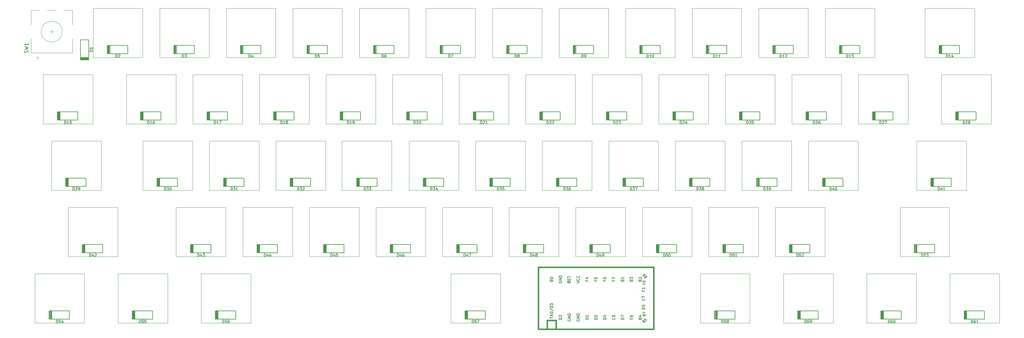
<source format=gbr>
%TF.GenerationSoftware,KiCad,Pcbnew,(5.1.9)-1*%
%TF.CreationDate,2021-02-15T21:30:29-05:00*%
%TF.ProjectId,60percent - Copy,36307065-7263-4656-9e74-202d20436f70,rev?*%
%TF.SameCoordinates,Original*%
%TF.FileFunction,Legend,Top*%
%TF.FilePolarity,Positive*%
%FSLAX46Y46*%
G04 Gerber Fmt 4.6, Leading zero omitted, Abs format (unit mm)*
G04 Created by KiCad (PCBNEW (5.1.9)-1) date 2021-02-15 21:30:29*
%MOMM*%
%LPD*%
G01*
G04 APERTURE LIST*
%ADD10C,0.200000*%
%ADD11C,0.120000*%
%ADD12C,0.381000*%
%ADD13C,0.150000*%
G04 APERTURE END LIST*
D10*
%TO.C,D1*%
X84525000Y-80855800D02*
X86925000Y-80855800D01*
X84525000Y-81030800D02*
X86925000Y-81030800D01*
X84525000Y-81205800D02*
X86925000Y-81205800D01*
X86925000Y-81605800D02*
X84525000Y-81605800D01*
X84525000Y-81380800D02*
X86925000Y-81380800D01*
X84525000Y-81505800D02*
X86925000Y-81505800D01*
X84525000Y-81580800D02*
X84525000Y-75780800D01*
X84525000Y-75780800D02*
X86925000Y-75780800D01*
X86925000Y-75780800D02*
X86925000Y-81580800D01*
%TO.C,D2*%
X92975000Y-77380800D02*
X92975000Y-79780800D01*
X92800000Y-77380800D02*
X92800000Y-79780800D01*
X92625000Y-77380800D02*
X92625000Y-79780800D01*
X92225000Y-79780800D02*
X92225000Y-77380800D01*
X92450000Y-77380800D02*
X92450000Y-79780800D01*
X92325000Y-77380800D02*
X92325000Y-79780800D01*
X92250000Y-77380800D02*
X98050000Y-77380800D01*
X98050000Y-77380800D02*
X98050000Y-79780800D01*
X98050000Y-79780800D02*
X92250000Y-79780800D01*
%TO.C,D3*%
X112025000Y-77380800D02*
X112025000Y-79780800D01*
X111850000Y-77380800D02*
X111850000Y-79780800D01*
X111675000Y-77380800D02*
X111675000Y-79780800D01*
X111275000Y-79780800D02*
X111275000Y-77380800D01*
X111500000Y-77380800D02*
X111500000Y-79780800D01*
X111375000Y-77380800D02*
X111375000Y-79780800D01*
X111300000Y-77380800D02*
X117100000Y-77380800D01*
X117100000Y-77380800D02*
X117100000Y-79780800D01*
X117100000Y-79780800D02*
X111300000Y-79780800D01*
%TO.C,D4*%
X136150000Y-79780800D02*
X130350000Y-79780800D01*
X136150000Y-77380800D02*
X136150000Y-79780800D01*
X130350000Y-77380800D02*
X136150000Y-77380800D01*
X130425000Y-77380800D02*
X130425000Y-79780800D01*
X130550000Y-77380800D02*
X130550000Y-79780800D01*
X130325000Y-79780800D02*
X130325000Y-77380800D01*
X130725000Y-77380800D02*
X130725000Y-79780800D01*
X130900000Y-77380800D02*
X130900000Y-79780800D01*
X131075000Y-77380800D02*
X131075000Y-79780800D01*
%TO.C,D5*%
X150125000Y-77380800D02*
X150125000Y-79780800D01*
X149950000Y-77380800D02*
X149950000Y-79780800D01*
X149775000Y-77380800D02*
X149775000Y-79780800D01*
X149375000Y-79780800D02*
X149375000Y-77380800D01*
X149600000Y-77380800D02*
X149600000Y-79780800D01*
X149475000Y-77380800D02*
X149475000Y-79780800D01*
X149400000Y-77380800D02*
X155200000Y-77380800D01*
X155200000Y-77380800D02*
X155200000Y-79780800D01*
X155200000Y-79780800D02*
X149400000Y-79780800D01*
%TO.C,D6*%
X169175000Y-77380800D02*
X169175000Y-79780800D01*
X169000000Y-77380800D02*
X169000000Y-79780800D01*
X168825000Y-77380800D02*
X168825000Y-79780800D01*
X168425000Y-79780800D02*
X168425000Y-77380800D01*
X168650000Y-77380800D02*
X168650000Y-79780800D01*
X168525000Y-77380800D02*
X168525000Y-79780800D01*
X168450000Y-77380800D02*
X174250000Y-77380800D01*
X174250000Y-77380800D02*
X174250000Y-79780800D01*
X174250000Y-79780800D02*
X168450000Y-79780800D01*
%TO.C,D7*%
X193300000Y-79780800D02*
X187500000Y-79780800D01*
X193300000Y-77380800D02*
X193300000Y-79780800D01*
X187500000Y-77380800D02*
X193300000Y-77380800D01*
X187575000Y-77380800D02*
X187575000Y-79780800D01*
X187700000Y-77380800D02*
X187700000Y-79780800D01*
X187475000Y-79780800D02*
X187475000Y-77380800D01*
X187875000Y-77380800D02*
X187875000Y-79780800D01*
X188050000Y-77380800D02*
X188050000Y-79780800D01*
X188225000Y-77380800D02*
X188225000Y-79780800D01*
%TO.C,D8*%
X207275000Y-77380800D02*
X207275000Y-79780800D01*
X207100000Y-77380800D02*
X207100000Y-79780800D01*
X206925000Y-77380800D02*
X206925000Y-79780800D01*
X206525000Y-79780800D02*
X206525000Y-77380800D01*
X206750000Y-77380800D02*
X206750000Y-79780800D01*
X206625000Y-77380800D02*
X206625000Y-79780800D01*
X206550000Y-77380800D02*
X212350000Y-77380800D01*
X212350000Y-77380800D02*
X212350000Y-79780800D01*
X212350000Y-79780800D02*
X206550000Y-79780800D01*
%TO.C,D9*%
X226325000Y-77380800D02*
X226325000Y-79780800D01*
X226150000Y-77380800D02*
X226150000Y-79780800D01*
X225975000Y-77380800D02*
X225975000Y-79780800D01*
X225575000Y-79780800D02*
X225575000Y-77380800D01*
X225800000Y-77380800D02*
X225800000Y-79780800D01*
X225675000Y-77380800D02*
X225675000Y-79780800D01*
X225600000Y-77380800D02*
X231400000Y-77380800D01*
X231400000Y-77380800D02*
X231400000Y-79780800D01*
X231400000Y-79780800D02*
X225600000Y-79780800D01*
%TO.C,D10*%
X250450000Y-79780800D02*
X244650000Y-79780800D01*
X250450000Y-77380800D02*
X250450000Y-79780800D01*
X244650000Y-77380800D02*
X250450000Y-77380800D01*
X244725000Y-77380800D02*
X244725000Y-79780800D01*
X244850000Y-77380800D02*
X244850000Y-79780800D01*
X244625000Y-79780800D02*
X244625000Y-77380800D01*
X245025000Y-77380800D02*
X245025000Y-79780800D01*
X245200000Y-77380800D02*
X245200000Y-79780800D01*
X245375000Y-77380800D02*
X245375000Y-79780800D01*
%TO.C,D11*%
X269500000Y-79780800D02*
X263700000Y-79780800D01*
X269500000Y-77380800D02*
X269500000Y-79780800D01*
X263700000Y-77380800D02*
X269500000Y-77380800D01*
X263775000Y-77380800D02*
X263775000Y-79780800D01*
X263900000Y-77380800D02*
X263900000Y-79780800D01*
X263675000Y-79780800D02*
X263675000Y-77380800D01*
X264075000Y-77380800D02*
X264075000Y-79780800D01*
X264250000Y-77380800D02*
X264250000Y-79780800D01*
X264425000Y-77380800D02*
X264425000Y-79780800D01*
%TO.C,D12*%
X283475000Y-77380800D02*
X283475000Y-79780800D01*
X283300000Y-77380800D02*
X283300000Y-79780800D01*
X283125000Y-77380800D02*
X283125000Y-79780800D01*
X282725000Y-79780800D02*
X282725000Y-77380800D01*
X282950000Y-77380800D02*
X282950000Y-79780800D01*
X282825000Y-77380800D02*
X282825000Y-79780800D01*
X282750000Y-77380800D02*
X288550000Y-77380800D01*
X288550000Y-77380800D02*
X288550000Y-79780800D01*
X288550000Y-79780800D02*
X282750000Y-79780800D01*
%TO.C,D13*%
X307600000Y-79780800D02*
X301800000Y-79780800D01*
X307600000Y-77380800D02*
X307600000Y-79780800D01*
X301800000Y-77380800D02*
X307600000Y-77380800D01*
X301875000Y-77380800D02*
X301875000Y-79780800D01*
X302000000Y-77380800D02*
X302000000Y-79780800D01*
X301775000Y-79780800D02*
X301775000Y-77380800D01*
X302175000Y-77380800D02*
X302175000Y-79780800D01*
X302350000Y-77380800D02*
X302350000Y-79780800D01*
X302525000Y-77380800D02*
X302525000Y-79780800D01*
%TO.C,D14*%
X336176000Y-79780800D02*
X330376000Y-79780800D01*
X336176000Y-77380800D02*
X336176000Y-79780800D01*
X330376000Y-77380800D02*
X336176000Y-77380800D01*
X330451000Y-77380800D02*
X330451000Y-79780800D01*
X330576000Y-77380800D02*
X330576000Y-79780800D01*
X330351000Y-79780800D02*
X330351000Y-77380800D01*
X330751000Y-77380800D02*
X330751000Y-79780800D01*
X330926000Y-77380800D02*
X330926000Y-79780800D01*
X331101000Y-77380800D02*
X331101000Y-79780800D01*
%TO.C,D15*%
X83762500Y-98830800D02*
X77962500Y-98830800D01*
X83762500Y-96430800D02*
X83762500Y-98830800D01*
X77962500Y-96430800D02*
X83762500Y-96430800D01*
X78037500Y-96430800D02*
X78037500Y-98830800D01*
X78162500Y-96430800D02*
X78162500Y-98830800D01*
X77937500Y-98830800D02*
X77937500Y-96430800D01*
X78337500Y-96430800D02*
X78337500Y-98830800D01*
X78512500Y-96430800D02*
X78512500Y-98830800D01*
X78687500Y-96430800D02*
X78687500Y-98830800D01*
%TO.C,D16*%
X107575000Y-98830800D02*
X101775000Y-98830800D01*
X107575000Y-96430800D02*
X107575000Y-98830800D01*
X101775000Y-96430800D02*
X107575000Y-96430800D01*
X101850000Y-96430800D02*
X101850000Y-98830800D01*
X101975000Y-96430800D02*
X101975000Y-98830800D01*
X101750000Y-98830800D02*
X101750000Y-96430800D01*
X102150000Y-96430800D02*
X102150000Y-98830800D01*
X102325000Y-96430800D02*
X102325000Y-98830800D01*
X102500000Y-96430800D02*
X102500000Y-98830800D01*
%TO.C,D17*%
X121550000Y-96430800D02*
X121550000Y-98830800D01*
X121375000Y-96430800D02*
X121375000Y-98830800D01*
X121200000Y-96430800D02*
X121200000Y-98830800D01*
X120800000Y-98830800D02*
X120800000Y-96430800D01*
X121025000Y-96430800D02*
X121025000Y-98830800D01*
X120900000Y-96430800D02*
X120900000Y-98830800D01*
X120825000Y-96430800D02*
X126625000Y-96430800D01*
X126625000Y-96430800D02*
X126625000Y-98830800D01*
X126625000Y-98830800D02*
X120825000Y-98830800D01*
%TO.C,D18*%
X145675000Y-98830800D02*
X139875000Y-98830800D01*
X145675000Y-96430800D02*
X145675000Y-98830800D01*
X139875000Y-96430800D02*
X145675000Y-96430800D01*
X139950000Y-96430800D02*
X139950000Y-98830800D01*
X140075000Y-96430800D02*
X140075000Y-98830800D01*
X139850000Y-98830800D02*
X139850000Y-96430800D01*
X140250000Y-96430800D02*
X140250000Y-98830800D01*
X140425000Y-96430800D02*
X140425000Y-98830800D01*
X140600000Y-96430800D02*
X140600000Y-98830800D01*
%TO.C,D19*%
X164726000Y-98830800D02*
X158926000Y-98830800D01*
X164726000Y-96430800D02*
X164726000Y-98830800D01*
X158926000Y-96430800D02*
X164726000Y-96430800D01*
X159001000Y-96430800D02*
X159001000Y-98830800D01*
X159126000Y-96430800D02*
X159126000Y-98830800D01*
X158901000Y-98830800D02*
X158901000Y-96430800D01*
X159301000Y-96430800D02*
X159301000Y-98830800D01*
X159476000Y-96430800D02*
X159476000Y-98830800D01*
X159651000Y-96430800D02*
X159651000Y-98830800D01*
%TO.C,D20*%
X178701000Y-96430800D02*
X178701000Y-98830800D01*
X178526000Y-96430800D02*
X178526000Y-98830800D01*
X178351000Y-96430800D02*
X178351000Y-98830800D01*
X177951000Y-98830800D02*
X177951000Y-96430800D01*
X178176000Y-96430800D02*
X178176000Y-98830800D01*
X178051000Y-96430800D02*
X178051000Y-98830800D01*
X177976000Y-96430800D02*
X183776000Y-96430800D01*
X183776000Y-96430800D02*
X183776000Y-98830800D01*
X183776000Y-98830800D02*
X177976000Y-98830800D01*
%TO.C,D21*%
X197751000Y-96430800D02*
X197751000Y-98830800D01*
X197576000Y-96430800D02*
X197576000Y-98830800D01*
X197401000Y-96430800D02*
X197401000Y-98830800D01*
X197001000Y-98830800D02*
X197001000Y-96430800D01*
X197226000Y-96430800D02*
X197226000Y-98830800D01*
X197101000Y-96430800D02*
X197101000Y-98830800D01*
X197026000Y-96430800D02*
X202826000Y-96430800D01*
X202826000Y-96430800D02*
X202826000Y-98830800D01*
X202826000Y-98830800D02*
X197026000Y-98830800D01*
%TO.C,D22*%
X216801000Y-96430800D02*
X216801000Y-98830800D01*
X216626000Y-96430800D02*
X216626000Y-98830800D01*
X216451000Y-96430800D02*
X216451000Y-98830800D01*
X216051000Y-98830800D02*
X216051000Y-96430800D01*
X216276000Y-96430800D02*
X216276000Y-98830800D01*
X216151000Y-96430800D02*
X216151000Y-98830800D01*
X216076000Y-96430800D02*
X221876000Y-96430800D01*
X221876000Y-96430800D02*
X221876000Y-98830800D01*
X221876000Y-98830800D02*
X216076000Y-98830800D01*
%TO.C,D23*%
X240926000Y-98830800D02*
X235126000Y-98830800D01*
X240926000Y-96430800D02*
X240926000Y-98830800D01*
X235126000Y-96430800D02*
X240926000Y-96430800D01*
X235201000Y-96430800D02*
X235201000Y-98830800D01*
X235326000Y-96430800D02*
X235326000Y-98830800D01*
X235101000Y-98830800D02*
X235101000Y-96430800D01*
X235501000Y-96430800D02*
X235501000Y-98830800D01*
X235676000Y-96430800D02*
X235676000Y-98830800D01*
X235851000Y-96430800D02*
X235851000Y-98830800D01*
%TO.C,D24*%
X254901000Y-96430800D02*
X254901000Y-98830800D01*
X254726000Y-96430800D02*
X254726000Y-98830800D01*
X254551000Y-96430800D02*
X254551000Y-98830800D01*
X254151000Y-98830800D02*
X254151000Y-96430800D01*
X254376000Y-96430800D02*
X254376000Y-98830800D01*
X254251000Y-96430800D02*
X254251000Y-98830800D01*
X254176000Y-96430800D02*
X259976000Y-96430800D01*
X259976000Y-96430800D02*
X259976000Y-98830800D01*
X259976000Y-98830800D02*
X254176000Y-98830800D01*
%TO.C,D25*%
X279026000Y-98830800D02*
X273226000Y-98830800D01*
X279026000Y-96430800D02*
X279026000Y-98830800D01*
X273226000Y-96430800D02*
X279026000Y-96430800D01*
X273301000Y-96430800D02*
X273301000Y-98830800D01*
X273426000Y-96430800D02*
X273426000Y-98830800D01*
X273201000Y-98830800D02*
X273201000Y-96430800D01*
X273601000Y-96430800D02*
X273601000Y-98830800D01*
X273776000Y-96430800D02*
X273776000Y-98830800D01*
X273951000Y-96430800D02*
X273951000Y-98830800D01*
%TO.C,D26*%
X293001000Y-96430800D02*
X293001000Y-98830800D01*
X292826000Y-96430800D02*
X292826000Y-98830800D01*
X292651000Y-96430800D02*
X292651000Y-98830800D01*
X292251000Y-98830800D02*
X292251000Y-96430800D01*
X292476000Y-96430800D02*
X292476000Y-98830800D01*
X292351000Y-96430800D02*
X292351000Y-98830800D01*
X292276000Y-96430800D02*
X298076000Y-96430800D01*
X298076000Y-96430800D02*
X298076000Y-98830800D01*
X298076000Y-98830800D02*
X292276000Y-98830800D01*
%TO.C,D27*%
X317126000Y-98830800D02*
X311326000Y-98830800D01*
X317126000Y-96430800D02*
X317126000Y-98830800D01*
X311326000Y-96430800D02*
X317126000Y-96430800D01*
X311401000Y-96430800D02*
X311401000Y-98830800D01*
X311526000Y-96430800D02*
X311526000Y-98830800D01*
X311301000Y-98830800D02*
X311301000Y-96430800D01*
X311701000Y-96430800D02*
X311701000Y-98830800D01*
X311876000Y-96430800D02*
X311876000Y-98830800D01*
X312051000Y-96430800D02*
X312051000Y-98830800D01*
%TO.C,D28*%
X335863000Y-96430800D02*
X335863000Y-98830800D01*
X335688000Y-96430800D02*
X335688000Y-98830800D01*
X335513000Y-96430800D02*
X335513000Y-98830800D01*
X335113000Y-98830800D02*
X335113000Y-96430800D01*
X335338000Y-96430800D02*
X335338000Y-98830800D01*
X335213000Y-96430800D02*
X335213000Y-98830800D01*
X335138000Y-96430800D02*
X340938000Y-96430800D01*
X340938000Y-96430800D02*
X340938000Y-98830800D01*
X340938000Y-98830800D02*
X335138000Y-98830800D01*
%TO.C,D29*%
X81068700Y-115481000D02*
X81068700Y-117881000D01*
X80893700Y-115481000D02*
X80893700Y-117881000D01*
X80718700Y-115481000D02*
X80718700Y-117881000D01*
X80318700Y-117881000D02*
X80318700Y-115481000D01*
X80543700Y-115481000D02*
X80543700Y-117881000D01*
X80418700Y-115481000D02*
X80418700Y-117881000D01*
X80343700Y-115481000D02*
X86143700Y-115481000D01*
X86143700Y-115481000D02*
X86143700Y-117881000D01*
X86143700Y-117881000D02*
X80343700Y-117881000D01*
%TO.C,D30*%
X107263000Y-115481000D02*
X107263000Y-117881000D01*
X107088000Y-115481000D02*
X107088000Y-117881000D01*
X106913000Y-115481000D02*
X106913000Y-117881000D01*
X106513000Y-117881000D02*
X106513000Y-115481000D01*
X106738000Y-115481000D02*
X106738000Y-117881000D01*
X106613000Y-115481000D02*
X106613000Y-117881000D01*
X106538000Y-115481000D02*
X112338000Y-115481000D01*
X112338000Y-115481000D02*
X112338000Y-117881000D01*
X112338000Y-117881000D02*
X106538000Y-117881000D01*
%TO.C,D31*%
X126313000Y-115481000D02*
X126313000Y-117881000D01*
X126138000Y-115481000D02*
X126138000Y-117881000D01*
X125963000Y-115481000D02*
X125963000Y-117881000D01*
X125563000Y-117881000D02*
X125563000Y-115481000D01*
X125788000Y-115481000D02*
X125788000Y-117881000D01*
X125663000Y-115481000D02*
X125663000Y-117881000D01*
X125588000Y-115481000D02*
X131388000Y-115481000D01*
X131388000Y-115481000D02*
X131388000Y-117881000D01*
X131388000Y-117881000D02*
X125588000Y-117881000D01*
%TO.C,D32*%
X150438000Y-117881000D02*
X144638000Y-117881000D01*
X150438000Y-115481000D02*
X150438000Y-117881000D01*
X144638000Y-115481000D02*
X150438000Y-115481000D01*
X144713000Y-115481000D02*
X144713000Y-117881000D01*
X144838000Y-115481000D02*
X144838000Y-117881000D01*
X144613000Y-117881000D02*
X144613000Y-115481000D01*
X145013000Y-115481000D02*
X145013000Y-117881000D01*
X145188000Y-115481000D02*
X145188000Y-117881000D01*
X145363000Y-115481000D02*
X145363000Y-117881000D01*
%TO.C,D33*%
X164413000Y-115481000D02*
X164413000Y-117881000D01*
X164238000Y-115481000D02*
X164238000Y-117881000D01*
X164063000Y-115481000D02*
X164063000Y-117881000D01*
X163663000Y-117881000D02*
X163663000Y-115481000D01*
X163888000Y-115481000D02*
X163888000Y-117881000D01*
X163763000Y-115481000D02*
X163763000Y-117881000D01*
X163688000Y-115481000D02*
X169488000Y-115481000D01*
X169488000Y-115481000D02*
X169488000Y-117881000D01*
X169488000Y-117881000D02*
X163688000Y-117881000D01*
%TO.C,D34*%
X188538000Y-117881000D02*
X182738000Y-117881000D01*
X188538000Y-115481000D02*
X188538000Y-117881000D01*
X182738000Y-115481000D02*
X188538000Y-115481000D01*
X182813000Y-115481000D02*
X182813000Y-117881000D01*
X182938000Y-115481000D02*
X182938000Y-117881000D01*
X182713000Y-117881000D02*
X182713000Y-115481000D01*
X183113000Y-115481000D02*
X183113000Y-117881000D01*
X183288000Y-115481000D02*
X183288000Y-117881000D01*
X183463000Y-115481000D02*
X183463000Y-117881000D01*
%TO.C,D35*%
X202513000Y-115481000D02*
X202513000Y-117881000D01*
X202338000Y-115481000D02*
X202338000Y-117881000D01*
X202163000Y-115481000D02*
X202163000Y-117881000D01*
X201763000Y-117881000D02*
X201763000Y-115481000D01*
X201988000Y-115481000D02*
X201988000Y-117881000D01*
X201863000Y-115481000D02*
X201863000Y-117881000D01*
X201788000Y-115481000D02*
X207588000Y-115481000D01*
X207588000Y-115481000D02*
X207588000Y-117881000D01*
X207588000Y-117881000D02*
X201788000Y-117881000D01*
%TO.C,D36*%
X226638000Y-117881000D02*
X220838000Y-117881000D01*
X226638000Y-115481000D02*
X226638000Y-117881000D01*
X220838000Y-115481000D02*
X226638000Y-115481000D01*
X220913000Y-115481000D02*
X220913000Y-117881000D01*
X221038000Y-115481000D02*
X221038000Y-117881000D01*
X220813000Y-117881000D02*
X220813000Y-115481000D01*
X221213000Y-115481000D02*
X221213000Y-117881000D01*
X221388000Y-115481000D02*
X221388000Y-117881000D01*
X221563000Y-115481000D02*
X221563000Y-117881000D01*
%TO.C,D37*%
X240613000Y-115481000D02*
X240613000Y-117881000D01*
X240438000Y-115481000D02*
X240438000Y-117881000D01*
X240263000Y-115481000D02*
X240263000Y-117881000D01*
X239863000Y-117881000D02*
X239863000Y-115481000D01*
X240088000Y-115481000D02*
X240088000Y-117881000D01*
X239963000Y-115481000D02*
X239963000Y-117881000D01*
X239888000Y-115481000D02*
X245688000Y-115481000D01*
X245688000Y-115481000D02*
X245688000Y-117881000D01*
X245688000Y-117881000D02*
X239888000Y-117881000D01*
%TO.C,D38*%
X264738000Y-117881000D02*
X258938000Y-117881000D01*
X264738000Y-115481000D02*
X264738000Y-117881000D01*
X258938000Y-115481000D02*
X264738000Y-115481000D01*
X259013000Y-115481000D02*
X259013000Y-117881000D01*
X259138000Y-115481000D02*
X259138000Y-117881000D01*
X258913000Y-117881000D02*
X258913000Y-115481000D01*
X259313000Y-115481000D02*
X259313000Y-117881000D01*
X259488000Y-115481000D02*
X259488000Y-117881000D01*
X259663000Y-115481000D02*
X259663000Y-117881000D01*
%TO.C,D39*%
X278829000Y-115481000D02*
X278829000Y-117881000D01*
X278654000Y-115481000D02*
X278654000Y-117881000D01*
X278479000Y-115481000D02*
X278479000Y-117881000D01*
X278079000Y-117881000D02*
X278079000Y-115481000D01*
X278304000Y-115481000D02*
X278304000Y-117881000D01*
X278179000Y-115481000D02*
X278179000Y-117881000D01*
X278104000Y-115481000D02*
X283904000Y-115481000D01*
X283904000Y-115481000D02*
X283904000Y-117881000D01*
X283904000Y-117881000D02*
X278104000Y-117881000D01*
%TO.C,D40*%
X302838000Y-117881000D02*
X297038000Y-117881000D01*
X302838000Y-115481000D02*
X302838000Y-117881000D01*
X297038000Y-115481000D02*
X302838000Y-115481000D01*
X297113000Y-115481000D02*
X297113000Y-117881000D01*
X297238000Y-115481000D02*
X297238000Y-117881000D01*
X297013000Y-117881000D02*
X297013000Y-115481000D01*
X297413000Y-115481000D02*
X297413000Y-117881000D01*
X297588000Y-115481000D02*
X297588000Y-117881000D01*
X297763000Y-115481000D02*
X297763000Y-117881000D01*
%TO.C,D41*%
X333794000Y-117881000D02*
X327994000Y-117881000D01*
X333794000Y-115481000D02*
X333794000Y-117881000D01*
X327994000Y-115481000D02*
X333794000Y-115481000D01*
X328069000Y-115481000D02*
X328069000Y-117881000D01*
X328194000Y-115481000D02*
X328194000Y-117881000D01*
X327969000Y-117881000D02*
X327969000Y-115481000D01*
X328369000Y-115481000D02*
X328369000Y-117881000D01*
X328544000Y-115481000D02*
X328544000Y-117881000D01*
X328719000Y-115481000D02*
X328719000Y-117881000D01*
%TO.C,D42*%
X90906300Y-136931000D02*
X85106300Y-136931000D01*
X90906300Y-134531000D02*
X90906300Y-136931000D01*
X85106300Y-134531000D02*
X90906300Y-134531000D01*
X85181300Y-134531000D02*
X85181300Y-136931000D01*
X85306300Y-134531000D02*
X85306300Y-136931000D01*
X85081300Y-136931000D02*
X85081300Y-134531000D01*
X85481300Y-134531000D02*
X85481300Y-136931000D01*
X85656300Y-134531000D02*
X85656300Y-136931000D01*
X85831300Y-134531000D02*
X85831300Y-136931000D01*
%TO.C,D43*%
X116787000Y-134531000D02*
X116787000Y-136931000D01*
X116612000Y-134531000D02*
X116612000Y-136931000D01*
X116437000Y-134531000D02*
X116437000Y-136931000D01*
X116037000Y-136931000D02*
X116037000Y-134531000D01*
X116262000Y-134531000D02*
X116262000Y-136931000D01*
X116137000Y-134531000D02*
X116137000Y-136931000D01*
X116062000Y-134531000D02*
X121862000Y-134531000D01*
X121862000Y-134531000D02*
X121862000Y-136931000D01*
X121862000Y-136931000D02*
X116062000Y-136931000D01*
%TO.C,D44*%
X140912000Y-136931000D02*
X135112000Y-136931000D01*
X140912000Y-134531000D02*
X140912000Y-136931000D01*
X135112000Y-134531000D02*
X140912000Y-134531000D01*
X135187000Y-134531000D02*
X135187000Y-136931000D01*
X135312000Y-134531000D02*
X135312000Y-136931000D01*
X135087000Y-136931000D02*
X135087000Y-134531000D01*
X135487000Y-134531000D02*
X135487000Y-136931000D01*
X135662000Y-134531000D02*
X135662000Y-136931000D01*
X135837000Y-134531000D02*
X135837000Y-136931000D01*
%TO.C,D45*%
X154887000Y-134531000D02*
X154887000Y-136931000D01*
X154712000Y-134531000D02*
X154712000Y-136931000D01*
X154537000Y-134531000D02*
X154537000Y-136931000D01*
X154137000Y-136931000D02*
X154137000Y-134531000D01*
X154362000Y-134531000D02*
X154362000Y-136931000D01*
X154237000Y-134531000D02*
X154237000Y-136931000D01*
X154162000Y-134531000D02*
X159962000Y-134531000D01*
X159962000Y-134531000D02*
X159962000Y-136931000D01*
X159962000Y-136931000D02*
X154162000Y-136931000D01*
%TO.C,D46*%
X179012000Y-136931000D02*
X173212000Y-136931000D01*
X179012000Y-134531000D02*
X179012000Y-136931000D01*
X173212000Y-134531000D02*
X179012000Y-134531000D01*
X173287000Y-134531000D02*
X173287000Y-136931000D01*
X173412000Y-134531000D02*
X173412000Y-136931000D01*
X173187000Y-136931000D02*
X173187000Y-134531000D01*
X173587000Y-134531000D02*
X173587000Y-136931000D01*
X173762000Y-134531000D02*
X173762000Y-136931000D01*
X173937000Y-134531000D02*
X173937000Y-136931000D01*
%TO.C,D47*%
X192987000Y-134531000D02*
X192987000Y-136931000D01*
X192812000Y-134531000D02*
X192812000Y-136931000D01*
X192637000Y-134531000D02*
X192637000Y-136931000D01*
X192237000Y-136931000D02*
X192237000Y-134531000D01*
X192462000Y-134531000D02*
X192462000Y-136931000D01*
X192337000Y-134531000D02*
X192337000Y-136931000D01*
X192262000Y-134531000D02*
X198062000Y-134531000D01*
X198062000Y-134531000D02*
X198062000Y-136931000D01*
X198062000Y-136931000D02*
X192262000Y-136931000D01*
%TO.C,D48*%
X217112000Y-136931000D02*
X211312000Y-136931000D01*
X217112000Y-134531000D02*
X217112000Y-136931000D01*
X211312000Y-134531000D02*
X217112000Y-134531000D01*
X211387000Y-134531000D02*
X211387000Y-136931000D01*
X211512000Y-134531000D02*
X211512000Y-136931000D01*
X211287000Y-136931000D02*
X211287000Y-134531000D01*
X211687000Y-134531000D02*
X211687000Y-136931000D01*
X211862000Y-134531000D02*
X211862000Y-136931000D01*
X212037000Y-134531000D02*
X212037000Y-136931000D01*
%TO.C,D49*%
X231087000Y-134531000D02*
X231087000Y-136931000D01*
X230912000Y-134531000D02*
X230912000Y-136931000D01*
X230737000Y-134531000D02*
X230737000Y-136931000D01*
X230337000Y-136931000D02*
X230337000Y-134531000D01*
X230562000Y-134531000D02*
X230562000Y-136931000D01*
X230437000Y-134531000D02*
X230437000Y-136931000D01*
X230362000Y-134531000D02*
X236162000Y-134531000D01*
X236162000Y-134531000D02*
X236162000Y-136931000D01*
X236162000Y-136931000D02*
X230362000Y-136931000D01*
%TO.C,D50*%
X255212000Y-136931000D02*
X249412000Y-136931000D01*
X255212000Y-134531000D02*
X255212000Y-136931000D01*
X249412000Y-134531000D02*
X255212000Y-134531000D01*
X249487000Y-134531000D02*
X249487000Y-136931000D01*
X249612000Y-134531000D02*
X249612000Y-136931000D01*
X249387000Y-136931000D02*
X249387000Y-134531000D01*
X249787000Y-134531000D02*
X249787000Y-136931000D01*
X249962000Y-134531000D02*
X249962000Y-136931000D01*
X250137000Y-134531000D02*
X250137000Y-136931000D01*
%TO.C,D51*%
X274262000Y-136931000D02*
X268462000Y-136931000D01*
X274262000Y-134531000D02*
X274262000Y-136931000D01*
X268462000Y-134531000D02*
X274262000Y-134531000D01*
X268537000Y-134531000D02*
X268537000Y-136931000D01*
X268662000Y-134531000D02*
X268662000Y-136931000D01*
X268437000Y-136931000D02*
X268437000Y-134531000D01*
X268837000Y-134531000D02*
X268837000Y-136931000D01*
X269012000Y-134531000D02*
X269012000Y-136931000D01*
X269187000Y-134531000D02*
X269187000Y-136931000D01*
%TO.C,D52*%
X293312000Y-136931000D02*
X287512000Y-136931000D01*
X293312000Y-134531000D02*
X293312000Y-136931000D01*
X287512000Y-134531000D02*
X293312000Y-134531000D01*
X287587000Y-134531000D02*
X287587000Y-136931000D01*
X287712000Y-134531000D02*
X287712000Y-136931000D01*
X287487000Y-136931000D02*
X287487000Y-134531000D01*
X287887000Y-134531000D02*
X287887000Y-136931000D01*
X288062000Y-134531000D02*
X288062000Y-136931000D01*
X288237000Y-134531000D02*
X288237000Y-136931000D01*
%TO.C,D53*%
X323957000Y-134531000D02*
X323957000Y-136931000D01*
X323782000Y-134531000D02*
X323782000Y-136931000D01*
X323607000Y-134531000D02*
X323607000Y-136931000D01*
X323207000Y-136931000D02*
X323207000Y-134531000D01*
X323432000Y-134531000D02*
X323432000Y-136931000D01*
X323307000Y-134531000D02*
X323307000Y-136931000D01*
X323232000Y-134531000D02*
X329032000Y-134531000D01*
X329032000Y-134531000D02*
X329032000Y-136931000D01*
X329032000Y-136931000D02*
X323232000Y-136931000D01*
%TO.C,D54*%
X81381300Y-155981000D02*
X75581300Y-155981000D01*
X81381300Y-153581000D02*
X81381300Y-155981000D01*
X75581300Y-153581000D02*
X81381300Y-153581000D01*
X75656300Y-153581000D02*
X75656300Y-155981000D01*
X75781300Y-153581000D02*
X75781300Y-155981000D01*
X75556300Y-155981000D02*
X75556300Y-153581000D01*
X75956300Y-153581000D02*
X75956300Y-155981000D01*
X76131300Y-153581000D02*
X76131300Y-155981000D01*
X76306300Y-153581000D02*
X76306300Y-155981000D01*
%TO.C,D55*%
X100119000Y-153581000D02*
X100119000Y-155981000D01*
X99944000Y-153581000D02*
X99944000Y-155981000D01*
X99769000Y-153581000D02*
X99769000Y-155981000D01*
X99369000Y-155981000D02*
X99369000Y-153581000D01*
X99594000Y-153581000D02*
X99594000Y-155981000D01*
X99469000Y-153581000D02*
X99469000Y-155981000D01*
X99394000Y-153581000D02*
X105194000Y-153581000D01*
X105194000Y-153581000D02*
X105194000Y-155981000D01*
X105194000Y-155981000D02*
X99394000Y-155981000D01*
%TO.C,D56*%
X129006000Y-155981000D02*
X123206000Y-155981000D01*
X129006000Y-153581000D02*
X129006000Y-155981000D01*
X123206000Y-153581000D02*
X129006000Y-153581000D01*
X123281000Y-153581000D02*
X123281000Y-155981000D01*
X123406000Y-153581000D02*
X123406000Y-155981000D01*
X123181000Y-155981000D02*
X123181000Y-153581000D01*
X123581000Y-153581000D02*
X123581000Y-155981000D01*
X123756000Y-153581000D02*
X123756000Y-155981000D01*
X123931000Y-153581000D02*
X123931000Y-155981000D01*
%TO.C,D57*%
X195369000Y-153581000D02*
X195369000Y-155981000D01*
X195194000Y-153581000D02*
X195194000Y-155981000D01*
X195019000Y-153581000D02*
X195019000Y-155981000D01*
X194619000Y-155981000D02*
X194619000Y-153581000D01*
X194844000Y-153581000D02*
X194844000Y-155981000D01*
X194719000Y-153581000D02*
X194719000Y-155981000D01*
X194644000Y-153581000D02*
X200444000Y-153581000D01*
X200444000Y-153581000D02*
X200444000Y-155981000D01*
X200444000Y-155981000D02*
X194644000Y-155981000D01*
%TO.C,D58*%
X271882000Y-155981000D02*
X266082000Y-155981000D01*
X271882000Y-153581000D02*
X271882000Y-155981000D01*
X266082000Y-153581000D02*
X271882000Y-153581000D01*
X266157000Y-153581000D02*
X266157000Y-155981000D01*
X266282000Y-153581000D02*
X266282000Y-155981000D01*
X266057000Y-155981000D02*
X266057000Y-153581000D01*
X266457000Y-153581000D02*
X266457000Y-155981000D01*
X266632000Y-153581000D02*
X266632000Y-155981000D01*
X266807000Y-153581000D02*
X266807000Y-155981000D01*
%TO.C,D59*%
X290619000Y-153581000D02*
X290619000Y-155981000D01*
X290444000Y-153581000D02*
X290444000Y-155981000D01*
X290269000Y-153581000D02*
X290269000Y-155981000D01*
X289869000Y-155981000D02*
X289869000Y-153581000D01*
X290094000Y-153581000D02*
X290094000Y-155981000D01*
X289969000Y-153581000D02*
X289969000Y-155981000D01*
X289894000Y-153581000D02*
X295694000Y-153581000D01*
X295694000Y-153581000D02*
X295694000Y-155981000D01*
X295694000Y-155981000D02*
X289894000Y-155981000D01*
%TO.C,D60*%
X319506000Y-155981000D02*
X313706000Y-155981000D01*
X319506000Y-153581000D02*
X319506000Y-155981000D01*
X313706000Y-153581000D02*
X319506000Y-153581000D01*
X313781000Y-153581000D02*
X313781000Y-155981000D01*
X313906000Y-153581000D02*
X313906000Y-155981000D01*
X313681000Y-155981000D02*
X313681000Y-153581000D01*
X314081000Y-153581000D02*
X314081000Y-155981000D01*
X314256000Y-153581000D02*
X314256000Y-155981000D01*
X314431000Y-153581000D02*
X314431000Y-155981000D01*
%TO.C,D61*%
X338243000Y-153581000D02*
X338243000Y-155981000D01*
X338068000Y-153581000D02*
X338068000Y-155981000D01*
X337893000Y-153581000D02*
X337893000Y-155981000D01*
X337493000Y-155981000D02*
X337493000Y-153581000D01*
X337718000Y-153581000D02*
X337718000Y-155981000D01*
X337593000Y-153581000D02*
X337593000Y-155981000D01*
X337518000Y-153581000D02*
X343318000Y-153581000D01*
X343318000Y-153581000D02*
X343318000Y-155981000D01*
X343318000Y-155981000D02*
X337518000Y-155981000D01*
D11*
%TO.C,K1*%
X102350000Y-66718800D02*
X88150000Y-66718800D01*
X102350000Y-80918800D02*
X102350000Y-66718800D01*
X88150000Y-80918800D02*
X102350000Y-80918800D01*
X88150000Y-66718800D02*
X88150000Y-80918800D01*
%TO.C,K2*%
X107200000Y-66718800D02*
X107200000Y-80918800D01*
X107200000Y-80918800D02*
X121400000Y-80918800D01*
X121400000Y-80918800D02*
X121400000Y-66718800D01*
X121400000Y-66718800D02*
X107200000Y-66718800D01*
%TO.C,K3*%
X126250000Y-66718800D02*
X126250000Y-80918800D01*
X126250000Y-80918800D02*
X140450000Y-80918800D01*
X140450000Y-80918800D02*
X140450000Y-66718800D01*
X140450000Y-66718800D02*
X126250000Y-66718800D01*
%TO.C,K4*%
X159500000Y-66718800D02*
X145300000Y-66718800D01*
X159500000Y-80918800D02*
X159500000Y-66718800D01*
X145300000Y-80918800D02*
X159500000Y-80918800D01*
X145300000Y-66718800D02*
X145300000Y-80918800D01*
%TO.C,K5*%
X164350000Y-66718800D02*
X164350000Y-80918800D01*
X164350000Y-80918800D02*
X178550000Y-80918800D01*
X178550000Y-80918800D02*
X178550000Y-66718800D01*
X178550000Y-66718800D02*
X164350000Y-66718800D01*
%TO.C,K6*%
X197600000Y-66718800D02*
X183400000Y-66718800D01*
X197600000Y-80918800D02*
X197600000Y-66718800D01*
X183400000Y-80918800D02*
X197600000Y-80918800D01*
X183400000Y-66718800D02*
X183400000Y-80918800D01*
%TO.C,K7*%
X216650000Y-66718800D02*
X202450000Y-66718800D01*
X216650000Y-80918800D02*
X216650000Y-66718800D01*
X202450000Y-80918800D02*
X216650000Y-80918800D01*
X202450000Y-66718800D02*
X202450000Y-80918800D01*
%TO.C,K8*%
X235700000Y-66718800D02*
X221500000Y-66718800D01*
X235700000Y-80918800D02*
X235700000Y-66718800D01*
X221500000Y-80918800D02*
X235700000Y-80918800D01*
X221500000Y-66718800D02*
X221500000Y-80918800D01*
%TO.C,K9*%
X240550000Y-66718800D02*
X240550000Y-80918800D01*
X240550000Y-80918800D02*
X254750000Y-80918800D01*
X254750000Y-80918800D02*
X254750000Y-66718800D01*
X254750000Y-66718800D02*
X240550000Y-66718800D01*
%TO.C,K10*%
X259600000Y-66718800D02*
X259600000Y-80918800D01*
X259600000Y-80918800D02*
X273800000Y-80918800D01*
X273800000Y-80918800D02*
X273800000Y-66718800D01*
X273800000Y-66718800D02*
X259600000Y-66718800D01*
%TO.C,K11*%
X292850000Y-66718800D02*
X278650000Y-66718800D01*
X292850000Y-80918800D02*
X292850000Y-66718800D01*
X278650000Y-80918800D02*
X292850000Y-80918800D01*
X278650000Y-66718800D02*
X278650000Y-80918800D01*
%TO.C,K12*%
X311900000Y-66718800D02*
X297700000Y-66718800D01*
X311900000Y-80918800D02*
X311900000Y-66718800D01*
X297700000Y-80918800D02*
X311900000Y-80918800D01*
X297700000Y-66718800D02*
X297700000Y-80918800D01*
%TO.C,K13*%
X326276000Y-66718800D02*
X326276000Y-80918800D01*
X326276000Y-80918800D02*
X340476000Y-80918800D01*
X340476000Y-80918800D02*
X340476000Y-66718800D01*
X340476000Y-66718800D02*
X326276000Y-66718800D01*
%TO.C,K14*%
X73862500Y-85768800D02*
X73862500Y-99968800D01*
X73862500Y-99968800D02*
X88062500Y-99968800D01*
X88062500Y-99968800D02*
X88062500Y-85768800D01*
X88062500Y-85768800D02*
X73862500Y-85768800D01*
%TO.C,K27*%
X345238000Y-85768800D02*
X331038000Y-85768800D01*
X345238000Y-99968800D02*
X345238000Y-85768800D01*
X331038000Y-99968800D02*
X345238000Y-99968800D01*
X331038000Y-85768800D02*
X331038000Y-99968800D01*
%TO.C,K28*%
X76243700Y-104819000D02*
X76243700Y-119019000D01*
X76243700Y-119019000D02*
X90443700Y-119019000D01*
X90443700Y-119019000D02*
X90443700Y-104819000D01*
X90443700Y-104819000D02*
X76243700Y-104819000D01*
%TO.C,K29*%
X102438000Y-104819000D02*
X102438000Y-119019000D01*
X102438000Y-119019000D02*
X116638000Y-119019000D01*
X116638000Y-119019000D02*
X116638000Y-104819000D01*
X116638000Y-104819000D02*
X102438000Y-104819000D01*
%TO.C,K30*%
X135688000Y-104819000D02*
X121488000Y-104819000D01*
X135688000Y-119019000D02*
X135688000Y-104819000D01*
X121488000Y-119019000D02*
X135688000Y-119019000D01*
X121488000Y-104819000D02*
X121488000Y-119019000D01*
%TO.C,K31*%
X154738000Y-104819000D02*
X140538000Y-104819000D01*
X154738000Y-119019000D02*
X154738000Y-104819000D01*
X140538000Y-119019000D02*
X154738000Y-119019000D01*
X140538000Y-104819000D02*
X140538000Y-119019000D01*
%TO.C,K32*%
X173628000Y-104819000D02*
X159428000Y-104819000D01*
X173628000Y-119019000D02*
X173628000Y-104819000D01*
X159428000Y-119019000D02*
X173628000Y-119019000D01*
X159428000Y-104819000D02*
X159428000Y-119019000D01*
%TO.C,K33*%
X178638000Y-104819000D02*
X178638000Y-119019000D01*
X178638000Y-119019000D02*
X192838000Y-119019000D01*
X192838000Y-119019000D02*
X192838000Y-104819000D01*
X192838000Y-104819000D02*
X178638000Y-104819000D01*
%TO.C,K34*%
X211888000Y-104819000D02*
X197688000Y-104819000D01*
X211888000Y-119019000D02*
X211888000Y-104819000D01*
X197688000Y-119019000D02*
X211888000Y-119019000D01*
X197688000Y-104819000D02*
X197688000Y-119019000D01*
%TO.C,K35*%
X230938000Y-104819000D02*
X216738000Y-104819000D01*
X230938000Y-119019000D02*
X230938000Y-104819000D01*
X216738000Y-119019000D02*
X230938000Y-119019000D01*
X216738000Y-104819000D02*
X216738000Y-119019000D01*
%TO.C,K36*%
X235788000Y-104819000D02*
X235788000Y-119019000D01*
X235788000Y-119019000D02*
X249988000Y-119019000D01*
X249988000Y-119019000D02*
X249988000Y-104819000D01*
X249988000Y-104819000D02*
X235788000Y-104819000D01*
%TO.C,K37*%
X254838000Y-104819000D02*
X254838000Y-119019000D01*
X254838000Y-119019000D02*
X269038000Y-119019000D01*
X269038000Y-119019000D02*
X269038000Y-104819000D01*
X269038000Y-104819000D02*
X254838000Y-104819000D01*
%TO.C,K38*%
X273888000Y-104819000D02*
X273888000Y-119019000D01*
X273888000Y-119019000D02*
X288088000Y-119019000D01*
X288088000Y-119019000D02*
X288088000Y-104819000D01*
X288088000Y-104819000D02*
X273888000Y-104819000D01*
%TO.C,K39*%
X292938000Y-104819000D02*
X292938000Y-119019000D01*
X292938000Y-119019000D02*
X307138000Y-119019000D01*
X307138000Y-119019000D02*
X307138000Y-104819000D01*
X307138000Y-104819000D02*
X292938000Y-104819000D01*
%TO.C,K40*%
X323894000Y-104819000D02*
X323894000Y-119019000D01*
X323894000Y-119019000D02*
X338094000Y-119019000D01*
X338094000Y-119019000D02*
X338094000Y-104819000D01*
X338094000Y-104819000D02*
X323894000Y-104819000D01*
%TO.C,K41*%
X95206300Y-123869000D02*
X81006300Y-123869000D01*
X95206300Y-138069000D02*
X95206300Y-123869000D01*
X81006300Y-138069000D02*
X95206300Y-138069000D01*
X81006300Y-123869000D02*
X81006300Y-138069000D01*
%TO.C,K42*%
X111904000Y-123869000D02*
X111904000Y-138069000D01*
X111904000Y-138069000D02*
X126104000Y-138069000D01*
X126104000Y-138069000D02*
X126104000Y-123869000D01*
X126104000Y-123869000D02*
X111904000Y-123869000D01*
%TO.C,K43*%
X131012000Y-123869000D02*
X131012000Y-138069000D01*
X131012000Y-138069000D02*
X145212000Y-138069000D01*
X145212000Y-138069000D02*
X145212000Y-123869000D01*
X145212000Y-123869000D02*
X131012000Y-123869000D01*
%TO.C,K44*%
X150062000Y-123869000D02*
X150062000Y-138069000D01*
X150062000Y-138069000D02*
X164262000Y-138069000D01*
X164262000Y-138069000D02*
X164262000Y-123869000D01*
X164262000Y-123869000D02*
X150062000Y-123869000D01*
%TO.C,K45*%
X183312000Y-123869000D02*
X169112000Y-123869000D01*
X183312000Y-138069000D02*
X183312000Y-123869000D01*
X169112000Y-138069000D02*
X183312000Y-138069000D01*
X169112000Y-123869000D02*
X169112000Y-138069000D01*
%TO.C,K46*%
X202362000Y-123869000D02*
X188162000Y-123869000D01*
X202362000Y-138069000D02*
X202362000Y-123869000D01*
X188162000Y-138069000D02*
X202362000Y-138069000D01*
X188162000Y-123869000D02*
X188162000Y-138069000D01*
%TO.C,K47*%
X221412000Y-123869000D02*
X207212000Y-123869000D01*
X221412000Y-138069000D02*
X221412000Y-123869000D01*
X207212000Y-138069000D02*
X221412000Y-138069000D01*
X207212000Y-123869000D02*
X207212000Y-138069000D01*
%TO.C,K48*%
X240462000Y-123869000D02*
X226262000Y-123869000D01*
X240462000Y-138069000D02*
X240462000Y-123869000D01*
X226262000Y-138069000D02*
X240462000Y-138069000D01*
X226262000Y-123869000D02*
X226262000Y-138069000D01*
%TO.C,K49*%
X245312000Y-123869000D02*
X245312000Y-138069000D01*
X245312000Y-138069000D02*
X259512000Y-138069000D01*
X259512000Y-138069000D02*
X259512000Y-123869000D01*
X259512000Y-123869000D02*
X245312000Y-123869000D01*
%TO.C,K50*%
X264362000Y-123869000D02*
X264362000Y-138069000D01*
X264362000Y-138069000D02*
X278562000Y-138069000D01*
X278562000Y-138069000D02*
X278562000Y-123869000D01*
X278562000Y-123869000D02*
X264362000Y-123869000D01*
%TO.C,K51*%
X283412000Y-123869000D02*
X283412000Y-138069000D01*
X283412000Y-138069000D02*
X297612000Y-138069000D01*
X297612000Y-138069000D02*
X297612000Y-123869000D01*
X297612000Y-123869000D02*
X283412000Y-123869000D01*
%TO.C,K52*%
X319132000Y-123869000D02*
X319132000Y-138069000D01*
X319132000Y-138069000D02*
X333332000Y-138069000D01*
X333332000Y-138069000D02*
X333332000Y-123869000D01*
X333332000Y-123869000D02*
X319132000Y-123869000D01*
%TO.C,K53*%
X85681300Y-142919000D02*
X71481300Y-142919000D01*
X85681300Y-157119000D02*
X85681300Y-142919000D01*
X71481300Y-157119000D02*
X85681300Y-157119000D01*
X71481300Y-142919000D02*
X71481300Y-157119000D01*
%TO.C,K54*%
X95294000Y-142919000D02*
X95294000Y-157119000D01*
X95294000Y-157119000D02*
X109494000Y-157119000D01*
X109494000Y-157119000D02*
X109494000Y-142919000D01*
X109494000Y-142919000D02*
X95294000Y-142919000D01*
%TO.C,K55*%
X119106000Y-142919000D02*
X119106000Y-157119000D01*
X119106000Y-157119000D02*
X133306000Y-157119000D01*
X133306000Y-157119000D02*
X133306000Y-142919000D01*
X133306000Y-142919000D02*
X119106000Y-142919000D01*
%TO.C,K56*%
X190544000Y-142919000D02*
X190544000Y-157119000D01*
X190544000Y-157119000D02*
X204744000Y-157119000D01*
X204744000Y-157119000D02*
X204744000Y-142919000D01*
X204744000Y-142919000D02*
X190544000Y-142919000D01*
%TO.C,K57*%
X261982000Y-142919000D02*
X261982000Y-157119000D01*
X261982000Y-157119000D02*
X276182000Y-157119000D01*
X276182000Y-157119000D02*
X276182000Y-142919000D01*
X276182000Y-142919000D02*
X261982000Y-142919000D01*
%TO.C,K58*%
X299994000Y-142919000D02*
X285794000Y-142919000D01*
X299994000Y-157119000D02*
X299994000Y-142919000D01*
X285794000Y-157119000D02*
X299994000Y-157119000D01*
X285794000Y-142919000D02*
X285794000Y-157119000D01*
%TO.C,K59*%
X309606000Y-142919000D02*
X309606000Y-157119000D01*
X309606000Y-157119000D02*
X323806000Y-157119000D01*
X323806000Y-157119000D02*
X323806000Y-142919000D01*
X323806000Y-142919000D02*
X309606000Y-142919000D01*
%TO.C,K60*%
X347618000Y-142919000D02*
X333418000Y-142919000D01*
X347618000Y-157119000D02*
X347618000Y-142919000D01*
X333418000Y-157119000D02*
X347618000Y-157119000D01*
X333418000Y-142919000D02*
X333418000Y-157119000D01*
%TO.C,SW1*%
X76318700Y-73962800D02*
X76318700Y-72962800D01*
X75818700Y-73462800D02*
X76818700Y-73462800D01*
X79818700Y-67362800D02*
X82218700Y-67362800D01*
X75018700Y-67362800D02*
X77618700Y-67362800D01*
X70418700Y-67362800D02*
X72818700Y-67362800D01*
X72218700Y-80662800D02*
X72518700Y-80962800D01*
X72218700Y-81262800D02*
X72218700Y-80662800D01*
X72518700Y-80962800D02*
X72218700Y-81262800D01*
X70418700Y-79562800D02*
X82218700Y-79562800D01*
X70418700Y-75462800D02*
X70418700Y-79562800D01*
X82218700Y-75462800D02*
X82218700Y-79562800D01*
X82218700Y-67362800D02*
X82218700Y-71462800D01*
X70418700Y-71462800D02*
X70418700Y-67362800D01*
X79318700Y-73462800D02*
G75*
G03*
X79318700Y-73462800I-3000000J0D01*
G01*
D12*
%TO.C,U1*%
X218122000Y-158909000D02*
X248602000Y-158909000D01*
X248602000Y-158909000D02*
X248602000Y-141129000D01*
X248602000Y-141129000D02*
X218122000Y-141129000D01*
X218122000Y-156369000D02*
X220662000Y-156369000D01*
X220662000Y-156369000D02*
X220662000Y-158909000D01*
D13*
G36*
X224001360Y-145087432D02*
G01*
X224301360Y-145087432D01*
X224301360Y-145187432D01*
X224001360Y-145187432D01*
X224001360Y-145087432D01*
G37*
X224001360Y-145087432D02*
X224301360Y-145087432D01*
X224301360Y-145187432D01*
X224001360Y-145187432D01*
X224001360Y-145087432D01*
G36*
X224401360Y-145287432D02*
G01*
X224501360Y-145287432D01*
X224501360Y-145387432D01*
X224401360Y-145387432D01*
X224401360Y-145287432D01*
G37*
X224401360Y-145287432D02*
X224501360Y-145287432D01*
X224501360Y-145387432D01*
X224401360Y-145387432D01*
X224401360Y-145287432D01*
G36*
X224001360Y-145087432D02*
G01*
X224101360Y-145087432D01*
X224101360Y-145587432D01*
X224001360Y-145587432D01*
X224001360Y-145087432D01*
G37*
X224001360Y-145087432D02*
X224101360Y-145087432D01*
X224101360Y-145587432D01*
X224001360Y-145587432D01*
X224001360Y-145087432D01*
G36*
X224001360Y-145487432D02*
G01*
X224801360Y-145487432D01*
X224801360Y-145587432D01*
X224001360Y-145587432D01*
X224001360Y-145487432D01*
G37*
X224001360Y-145487432D02*
X224801360Y-145487432D01*
X224801360Y-145587432D01*
X224001360Y-145587432D01*
X224001360Y-145487432D01*
G36*
X224601360Y-145087432D02*
G01*
X224801360Y-145087432D01*
X224801360Y-145187432D01*
X224601360Y-145187432D01*
X224601360Y-145087432D01*
G37*
X224601360Y-145087432D02*
X224801360Y-145087432D01*
X224801360Y-145187432D01*
X224601360Y-145187432D01*
X224601360Y-145087432D01*
D12*
X218122000Y-141129000D02*
X215582000Y-141129000D01*
X215582000Y-141129000D02*
X215582000Y-158909000D01*
X215582000Y-158909000D02*
X218122000Y-158909000D01*
X218122000Y-156369000D02*
X218122000Y-158909000D01*
D11*
%TO.C,K15*%
X97675000Y-85768800D02*
X97675000Y-99968800D01*
X97675000Y-99968800D02*
X111875000Y-99968800D01*
X111875000Y-99968800D02*
X111875000Y-85768800D01*
X111875000Y-85768800D02*
X97675000Y-85768800D01*
%TO.C,K16*%
X130925000Y-85768800D02*
X116725000Y-85768800D01*
X130925000Y-99968800D02*
X130925000Y-85768800D01*
X116725000Y-99968800D02*
X130925000Y-99968800D01*
X116725000Y-85768800D02*
X116725000Y-99968800D01*
%TO.C,K17*%
X135775000Y-85768800D02*
X135775000Y-99968800D01*
X135775000Y-99968800D02*
X149975000Y-99968800D01*
X149975000Y-99968800D02*
X149975000Y-85768800D01*
X149975000Y-85768800D02*
X135775000Y-85768800D01*
%TO.C,K18*%
X169026000Y-85768800D02*
X154826000Y-85768800D01*
X169026000Y-99968800D02*
X169026000Y-85768800D01*
X154826000Y-99968800D02*
X169026000Y-99968800D01*
X154826000Y-85768800D02*
X154826000Y-99968800D01*
%TO.C,K19*%
X188076000Y-85768800D02*
X173876000Y-85768800D01*
X188076000Y-99968800D02*
X188076000Y-85768800D01*
X173876000Y-99968800D02*
X188076000Y-99968800D01*
X173876000Y-85768800D02*
X173876000Y-99968800D01*
%TO.C,K20*%
X192926000Y-85768800D02*
X192926000Y-99968800D01*
X192926000Y-99968800D02*
X207126000Y-99968800D01*
X207126000Y-99968800D02*
X207126000Y-85768800D01*
X207126000Y-85768800D02*
X192926000Y-85768800D01*
%TO.C,K21*%
X211976000Y-85768800D02*
X211976000Y-99968800D01*
X211976000Y-99968800D02*
X226176000Y-99968800D01*
X226176000Y-99968800D02*
X226176000Y-85768800D01*
X226176000Y-85768800D02*
X211976000Y-85768800D01*
%TO.C,K22*%
X245226000Y-85768800D02*
X231026000Y-85768800D01*
X245226000Y-99968800D02*
X245226000Y-85768800D01*
X231026000Y-99968800D02*
X245226000Y-99968800D01*
X231026000Y-85768800D02*
X231026000Y-99968800D01*
%TO.C,K23*%
X264276000Y-85768800D02*
X250076000Y-85768800D01*
X264276000Y-99968800D02*
X264276000Y-85768800D01*
X250076000Y-99968800D02*
X264276000Y-99968800D01*
X250076000Y-85768800D02*
X250076000Y-99968800D01*
%TO.C,K24*%
X283326000Y-85768800D02*
X269126000Y-85768800D01*
X283326000Y-99968800D02*
X283326000Y-85768800D01*
X269126000Y-99968800D02*
X283326000Y-99968800D01*
X269126000Y-85768800D02*
X269126000Y-99968800D01*
%TO.C,K25*%
X288176000Y-85768800D02*
X288176000Y-99968800D01*
X288176000Y-99968800D02*
X302376000Y-99968800D01*
X302376000Y-99968800D02*
X302376000Y-85768800D01*
X302376000Y-85768800D02*
X288176000Y-85768800D01*
%TO.C,K26*%
X307226000Y-85768800D02*
X307226000Y-99968800D01*
X307226000Y-99968800D02*
X321426000Y-99968800D01*
X321426000Y-99968800D02*
X321426000Y-85768800D01*
X321426000Y-85768800D02*
X307226000Y-85768800D01*
%TO.C,D1*%
D13*
X88011904Y-79171276D02*
X87211904Y-79171276D01*
X87211904Y-78980800D01*
X87250000Y-78866514D01*
X87326190Y-78790323D01*
X87402380Y-78752228D01*
X87554761Y-78714133D01*
X87669047Y-78714133D01*
X87821428Y-78752228D01*
X87897619Y-78790323D01*
X87973809Y-78866514D01*
X88011904Y-78980800D01*
X88011904Y-79171276D01*
X88011904Y-77952228D02*
X88011904Y-78409371D01*
X88011904Y-78180800D02*
X87211904Y-78180800D01*
X87326190Y-78256990D01*
X87402380Y-78333180D01*
X87440476Y-78409371D01*
%TO.C,D2*%
X94659523Y-80867704D02*
X94659523Y-80067704D01*
X94850000Y-80067704D01*
X94964285Y-80105800D01*
X95040476Y-80181990D01*
X95078571Y-80258180D01*
X95116666Y-80410561D01*
X95116666Y-80524847D01*
X95078571Y-80677228D01*
X95040476Y-80753419D01*
X94964285Y-80829609D01*
X94850000Y-80867704D01*
X94659523Y-80867704D01*
X95421428Y-80143895D02*
X95459523Y-80105800D01*
X95535714Y-80067704D01*
X95726190Y-80067704D01*
X95802380Y-80105800D01*
X95840476Y-80143895D01*
X95878571Y-80220085D01*
X95878571Y-80296276D01*
X95840476Y-80410561D01*
X95383333Y-80867704D01*
X95878571Y-80867704D01*
%TO.C,D3*%
X113709523Y-80867704D02*
X113709523Y-80067704D01*
X113900000Y-80067704D01*
X114014285Y-80105800D01*
X114090476Y-80181990D01*
X114128571Y-80258180D01*
X114166666Y-80410561D01*
X114166666Y-80524847D01*
X114128571Y-80677228D01*
X114090476Y-80753419D01*
X114014285Y-80829609D01*
X113900000Y-80867704D01*
X113709523Y-80867704D01*
X114433333Y-80067704D02*
X114928571Y-80067704D01*
X114661904Y-80372466D01*
X114776190Y-80372466D01*
X114852380Y-80410561D01*
X114890476Y-80448657D01*
X114928571Y-80524847D01*
X114928571Y-80715323D01*
X114890476Y-80791514D01*
X114852380Y-80829609D01*
X114776190Y-80867704D01*
X114547619Y-80867704D01*
X114471428Y-80829609D01*
X114433333Y-80791514D01*
%TO.C,D4*%
X132759523Y-80867704D02*
X132759523Y-80067704D01*
X132950000Y-80067704D01*
X133064285Y-80105800D01*
X133140476Y-80181990D01*
X133178571Y-80258180D01*
X133216666Y-80410561D01*
X133216666Y-80524847D01*
X133178571Y-80677228D01*
X133140476Y-80753419D01*
X133064285Y-80829609D01*
X132950000Y-80867704D01*
X132759523Y-80867704D01*
X133902380Y-80334371D02*
X133902380Y-80867704D01*
X133711904Y-80029609D02*
X133521428Y-80601038D01*
X134016666Y-80601038D01*
%TO.C,D5*%
X151809523Y-80867704D02*
X151809523Y-80067704D01*
X152000000Y-80067704D01*
X152114285Y-80105800D01*
X152190476Y-80181990D01*
X152228571Y-80258180D01*
X152266666Y-80410561D01*
X152266666Y-80524847D01*
X152228571Y-80677228D01*
X152190476Y-80753419D01*
X152114285Y-80829609D01*
X152000000Y-80867704D01*
X151809523Y-80867704D01*
X152990476Y-80067704D02*
X152609523Y-80067704D01*
X152571428Y-80448657D01*
X152609523Y-80410561D01*
X152685714Y-80372466D01*
X152876190Y-80372466D01*
X152952380Y-80410561D01*
X152990476Y-80448657D01*
X153028571Y-80524847D01*
X153028571Y-80715323D01*
X152990476Y-80791514D01*
X152952380Y-80829609D01*
X152876190Y-80867704D01*
X152685714Y-80867704D01*
X152609523Y-80829609D01*
X152571428Y-80791514D01*
%TO.C,D6*%
X170859523Y-80867704D02*
X170859523Y-80067704D01*
X171050000Y-80067704D01*
X171164285Y-80105800D01*
X171240476Y-80181990D01*
X171278571Y-80258180D01*
X171316666Y-80410561D01*
X171316666Y-80524847D01*
X171278571Y-80677228D01*
X171240476Y-80753419D01*
X171164285Y-80829609D01*
X171050000Y-80867704D01*
X170859523Y-80867704D01*
X172002380Y-80067704D02*
X171850000Y-80067704D01*
X171773809Y-80105800D01*
X171735714Y-80143895D01*
X171659523Y-80258180D01*
X171621428Y-80410561D01*
X171621428Y-80715323D01*
X171659523Y-80791514D01*
X171697619Y-80829609D01*
X171773809Y-80867704D01*
X171926190Y-80867704D01*
X172002380Y-80829609D01*
X172040476Y-80791514D01*
X172078571Y-80715323D01*
X172078571Y-80524847D01*
X172040476Y-80448657D01*
X172002380Y-80410561D01*
X171926190Y-80372466D01*
X171773809Y-80372466D01*
X171697619Y-80410561D01*
X171659523Y-80448657D01*
X171621428Y-80524847D01*
%TO.C,D7*%
X189909523Y-80867704D02*
X189909523Y-80067704D01*
X190100000Y-80067704D01*
X190214285Y-80105800D01*
X190290476Y-80181990D01*
X190328571Y-80258180D01*
X190366666Y-80410561D01*
X190366666Y-80524847D01*
X190328571Y-80677228D01*
X190290476Y-80753419D01*
X190214285Y-80829609D01*
X190100000Y-80867704D01*
X189909523Y-80867704D01*
X190633333Y-80067704D02*
X191166666Y-80067704D01*
X190823809Y-80867704D01*
%TO.C,D8*%
X208959523Y-80867704D02*
X208959523Y-80067704D01*
X209150000Y-80067704D01*
X209264285Y-80105800D01*
X209340476Y-80181990D01*
X209378571Y-80258180D01*
X209416666Y-80410561D01*
X209416666Y-80524847D01*
X209378571Y-80677228D01*
X209340476Y-80753419D01*
X209264285Y-80829609D01*
X209150000Y-80867704D01*
X208959523Y-80867704D01*
X209873809Y-80410561D02*
X209797619Y-80372466D01*
X209759523Y-80334371D01*
X209721428Y-80258180D01*
X209721428Y-80220085D01*
X209759523Y-80143895D01*
X209797619Y-80105800D01*
X209873809Y-80067704D01*
X210026190Y-80067704D01*
X210102380Y-80105800D01*
X210140476Y-80143895D01*
X210178571Y-80220085D01*
X210178571Y-80258180D01*
X210140476Y-80334371D01*
X210102380Y-80372466D01*
X210026190Y-80410561D01*
X209873809Y-80410561D01*
X209797619Y-80448657D01*
X209759523Y-80486752D01*
X209721428Y-80562942D01*
X209721428Y-80715323D01*
X209759523Y-80791514D01*
X209797619Y-80829609D01*
X209873809Y-80867704D01*
X210026190Y-80867704D01*
X210102380Y-80829609D01*
X210140476Y-80791514D01*
X210178571Y-80715323D01*
X210178571Y-80562942D01*
X210140476Y-80486752D01*
X210102380Y-80448657D01*
X210026190Y-80410561D01*
%TO.C,D9*%
X228009523Y-80867704D02*
X228009523Y-80067704D01*
X228200000Y-80067704D01*
X228314285Y-80105800D01*
X228390476Y-80181990D01*
X228428571Y-80258180D01*
X228466666Y-80410561D01*
X228466666Y-80524847D01*
X228428571Y-80677228D01*
X228390476Y-80753419D01*
X228314285Y-80829609D01*
X228200000Y-80867704D01*
X228009523Y-80867704D01*
X228847619Y-80867704D02*
X229000000Y-80867704D01*
X229076190Y-80829609D01*
X229114285Y-80791514D01*
X229190476Y-80677228D01*
X229228571Y-80524847D01*
X229228571Y-80220085D01*
X229190476Y-80143895D01*
X229152380Y-80105800D01*
X229076190Y-80067704D01*
X228923809Y-80067704D01*
X228847619Y-80105800D01*
X228809523Y-80143895D01*
X228771428Y-80220085D01*
X228771428Y-80410561D01*
X228809523Y-80486752D01*
X228847619Y-80524847D01*
X228923809Y-80562942D01*
X229076190Y-80562942D01*
X229152380Y-80524847D01*
X229190476Y-80486752D01*
X229228571Y-80410561D01*
%TO.C,D10*%
X246678571Y-80867704D02*
X246678571Y-80067704D01*
X246869047Y-80067704D01*
X246983333Y-80105800D01*
X247059523Y-80181990D01*
X247097619Y-80258180D01*
X247135714Y-80410561D01*
X247135714Y-80524847D01*
X247097619Y-80677228D01*
X247059523Y-80753419D01*
X246983333Y-80829609D01*
X246869047Y-80867704D01*
X246678571Y-80867704D01*
X247897619Y-80867704D02*
X247440476Y-80867704D01*
X247669047Y-80867704D02*
X247669047Y-80067704D01*
X247592857Y-80181990D01*
X247516666Y-80258180D01*
X247440476Y-80296276D01*
X248392857Y-80067704D02*
X248469047Y-80067704D01*
X248545238Y-80105800D01*
X248583333Y-80143895D01*
X248621428Y-80220085D01*
X248659523Y-80372466D01*
X248659523Y-80562942D01*
X248621428Y-80715323D01*
X248583333Y-80791514D01*
X248545238Y-80829609D01*
X248469047Y-80867704D01*
X248392857Y-80867704D01*
X248316666Y-80829609D01*
X248278571Y-80791514D01*
X248240476Y-80715323D01*
X248202380Y-80562942D01*
X248202380Y-80372466D01*
X248240476Y-80220085D01*
X248278571Y-80143895D01*
X248316666Y-80105800D01*
X248392857Y-80067704D01*
%TO.C,D11*%
X265728571Y-80867704D02*
X265728571Y-80067704D01*
X265919047Y-80067704D01*
X266033333Y-80105800D01*
X266109523Y-80181990D01*
X266147619Y-80258180D01*
X266185714Y-80410561D01*
X266185714Y-80524847D01*
X266147619Y-80677228D01*
X266109523Y-80753419D01*
X266033333Y-80829609D01*
X265919047Y-80867704D01*
X265728571Y-80867704D01*
X266947619Y-80867704D02*
X266490476Y-80867704D01*
X266719047Y-80867704D02*
X266719047Y-80067704D01*
X266642857Y-80181990D01*
X266566666Y-80258180D01*
X266490476Y-80296276D01*
X267709523Y-80867704D02*
X267252380Y-80867704D01*
X267480952Y-80867704D02*
X267480952Y-80067704D01*
X267404761Y-80181990D01*
X267328571Y-80258180D01*
X267252380Y-80296276D01*
%TO.C,D12*%
X284778571Y-80867704D02*
X284778571Y-80067704D01*
X284969047Y-80067704D01*
X285083333Y-80105800D01*
X285159523Y-80181990D01*
X285197619Y-80258180D01*
X285235714Y-80410561D01*
X285235714Y-80524847D01*
X285197619Y-80677228D01*
X285159523Y-80753419D01*
X285083333Y-80829609D01*
X284969047Y-80867704D01*
X284778571Y-80867704D01*
X285997619Y-80867704D02*
X285540476Y-80867704D01*
X285769047Y-80867704D02*
X285769047Y-80067704D01*
X285692857Y-80181990D01*
X285616666Y-80258180D01*
X285540476Y-80296276D01*
X286302380Y-80143895D02*
X286340476Y-80105800D01*
X286416666Y-80067704D01*
X286607142Y-80067704D01*
X286683333Y-80105800D01*
X286721428Y-80143895D01*
X286759523Y-80220085D01*
X286759523Y-80296276D01*
X286721428Y-80410561D01*
X286264285Y-80867704D01*
X286759523Y-80867704D01*
%TO.C,D13*%
X303828571Y-80867704D02*
X303828571Y-80067704D01*
X304019047Y-80067704D01*
X304133333Y-80105800D01*
X304209523Y-80181990D01*
X304247619Y-80258180D01*
X304285714Y-80410561D01*
X304285714Y-80524847D01*
X304247619Y-80677228D01*
X304209523Y-80753419D01*
X304133333Y-80829609D01*
X304019047Y-80867704D01*
X303828571Y-80867704D01*
X305047619Y-80867704D02*
X304590476Y-80867704D01*
X304819047Y-80867704D02*
X304819047Y-80067704D01*
X304742857Y-80181990D01*
X304666666Y-80258180D01*
X304590476Y-80296276D01*
X305314285Y-80067704D02*
X305809523Y-80067704D01*
X305542857Y-80372466D01*
X305657142Y-80372466D01*
X305733333Y-80410561D01*
X305771428Y-80448657D01*
X305809523Y-80524847D01*
X305809523Y-80715323D01*
X305771428Y-80791514D01*
X305733333Y-80829609D01*
X305657142Y-80867704D01*
X305428571Y-80867704D01*
X305352380Y-80829609D01*
X305314285Y-80791514D01*
%TO.C,D14*%
X332404571Y-80867704D02*
X332404571Y-80067704D01*
X332595047Y-80067704D01*
X332709333Y-80105800D01*
X332785523Y-80181990D01*
X332823619Y-80258180D01*
X332861714Y-80410561D01*
X332861714Y-80524847D01*
X332823619Y-80677228D01*
X332785523Y-80753419D01*
X332709333Y-80829609D01*
X332595047Y-80867704D01*
X332404571Y-80867704D01*
X333623619Y-80867704D02*
X333166476Y-80867704D01*
X333395047Y-80867704D02*
X333395047Y-80067704D01*
X333318857Y-80181990D01*
X333242666Y-80258180D01*
X333166476Y-80296276D01*
X334309333Y-80334371D02*
X334309333Y-80867704D01*
X334118857Y-80029609D02*
X333928380Y-80601038D01*
X334423619Y-80601038D01*
%TO.C,D15*%
X79991071Y-99917704D02*
X79991071Y-99117704D01*
X80181547Y-99117704D01*
X80295833Y-99155800D01*
X80372023Y-99231990D01*
X80410119Y-99308180D01*
X80448214Y-99460561D01*
X80448214Y-99574847D01*
X80410119Y-99727228D01*
X80372023Y-99803419D01*
X80295833Y-99879609D01*
X80181547Y-99917704D01*
X79991071Y-99917704D01*
X81210119Y-99917704D02*
X80752976Y-99917704D01*
X80981547Y-99917704D02*
X80981547Y-99117704D01*
X80905357Y-99231990D01*
X80829166Y-99308180D01*
X80752976Y-99346276D01*
X81933928Y-99117704D02*
X81552976Y-99117704D01*
X81514880Y-99498657D01*
X81552976Y-99460561D01*
X81629166Y-99422466D01*
X81819642Y-99422466D01*
X81895833Y-99460561D01*
X81933928Y-99498657D01*
X81972023Y-99574847D01*
X81972023Y-99765323D01*
X81933928Y-99841514D01*
X81895833Y-99879609D01*
X81819642Y-99917704D01*
X81629166Y-99917704D01*
X81552976Y-99879609D01*
X81514880Y-99841514D01*
%TO.C,D16*%
X103803571Y-99917704D02*
X103803571Y-99117704D01*
X103994047Y-99117704D01*
X104108333Y-99155800D01*
X104184523Y-99231990D01*
X104222619Y-99308180D01*
X104260714Y-99460561D01*
X104260714Y-99574847D01*
X104222619Y-99727228D01*
X104184523Y-99803419D01*
X104108333Y-99879609D01*
X103994047Y-99917704D01*
X103803571Y-99917704D01*
X105022619Y-99917704D02*
X104565476Y-99917704D01*
X104794047Y-99917704D02*
X104794047Y-99117704D01*
X104717857Y-99231990D01*
X104641666Y-99308180D01*
X104565476Y-99346276D01*
X105708333Y-99117704D02*
X105555952Y-99117704D01*
X105479761Y-99155800D01*
X105441666Y-99193895D01*
X105365476Y-99308180D01*
X105327380Y-99460561D01*
X105327380Y-99765323D01*
X105365476Y-99841514D01*
X105403571Y-99879609D01*
X105479761Y-99917704D01*
X105632142Y-99917704D01*
X105708333Y-99879609D01*
X105746428Y-99841514D01*
X105784523Y-99765323D01*
X105784523Y-99574847D01*
X105746428Y-99498657D01*
X105708333Y-99460561D01*
X105632142Y-99422466D01*
X105479761Y-99422466D01*
X105403571Y-99460561D01*
X105365476Y-99498657D01*
X105327380Y-99574847D01*
%TO.C,D17*%
X122853571Y-99917704D02*
X122853571Y-99117704D01*
X123044047Y-99117704D01*
X123158333Y-99155800D01*
X123234523Y-99231990D01*
X123272619Y-99308180D01*
X123310714Y-99460561D01*
X123310714Y-99574847D01*
X123272619Y-99727228D01*
X123234523Y-99803419D01*
X123158333Y-99879609D01*
X123044047Y-99917704D01*
X122853571Y-99917704D01*
X124072619Y-99917704D02*
X123615476Y-99917704D01*
X123844047Y-99917704D02*
X123844047Y-99117704D01*
X123767857Y-99231990D01*
X123691666Y-99308180D01*
X123615476Y-99346276D01*
X124339285Y-99117704D02*
X124872619Y-99117704D01*
X124529761Y-99917704D01*
%TO.C,D18*%
X141903571Y-99917704D02*
X141903571Y-99117704D01*
X142094047Y-99117704D01*
X142208333Y-99155800D01*
X142284523Y-99231990D01*
X142322619Y-99308180D01*
X142360714Y-99460561D01*
X142360714Y-99574847D01*
X142322619Y-99727228D01*
X142284523Y-99803419D01*
X142208333Y-99879609D01*
X142094047Y-99917704D01*
X141903571Y-99917704D01*
X143122619Y-99917704D02*
X142665476Y-99917704D01*
X142894047Y-99917704D02*
X142894047Y-99117704D01*
X142817857Y-99231990D01*
X142741666Y-99308180D01*
X142665476Y-99346276D01*
X143579761Y-99460561D02*
X143503571Y-99422466D01*
X143465476Y-99384371D01*
X143427380Y-99308180D01*
X143427380Y-99270085D01*
X143465476Y-99193895D01*
X143503571Y-99155800D01*
X143579761Y-99117704D01*
X143732142Y-99117704D01*
X143808333Y-99155800D01*
X143846428Y-99193895D01*
X143884523Y-99270085D01*
X143884523Y-99308180D01*
X143846428Y-99384371D01*
X143808333Y-99422466D01*
X143732142Y-99460561D01*
X143579761Y-99460561D01*
X143503571Y-99498657D01*
X143465476Y-99536752D01*
X143427380Y-99612942D01*
X143427380Y-99765323D01*
X143465476Y-99841514D01*
X143503571Y-99879609D01*
X143579761Y-99917704D01*
X143732142Y-99917704D01*
X143808333Y-99879609D01*
X143846428Y-99841514D01*
X143884523Y-99765323D01*
X143884523Y-99612942D01*
X143846428Y-99536752D01*
X143808333Y-99498657D01*
X143732142Y-99460561D01*
%TO.C,D19*%
X160954571Y-99917704D02*
X160954571Y-99117704D01*
X161145047Y-99117704D01*
X161259333Y-99155800D01*
X161335523Y-99231990D01*
X161373619Y-99308180D01*
X161411714Y-99460561D01*
X161411714Y-99574847D01*
X161373619Y-99727228D01*
X161335523Y-99803419D01*
X161259333Y-99879609D01*
X161145047Y-99917704D01*
X160954571Y-99917704D01*
X162173619Y-99917704D02*
X161716476Y-99917704D01*
X161945047Y-99917704D02*
X161945047Y-99117704D01*
X161868857Y-99231990D01*
X161792666Y-99308180D01*
X161716476Y-99346276D01*
X162554571Y-99917704D02*
X162706952Y-99917704D01*
X162783142Y-99879609D01*
X162821238Y-99841514D01*
X162897428Y-99727228D01*
X162935523Y-99574847D01*
X162935523Y-99270085D01*
X162897428Y-99193895D01*
X162859333Y-99155800D01*
X162783142Y-99117704D01*
X162630761Y-99117704D01*
X162554571Y-99155800D01*
X162516476Y-99193895D01*
X162478380Y-99270085D01*
X162478380Y-99460561D01*
X162516476Y-99536752D01*
X162554571Y-99574847D01*
X162630761Y-99612942D01*
X162783142Y-99612942D01*
X162859333Y-99574847D01*
X162897428Y-99536752D01*
X162935523Y-99460561D01*
%TO.C,D20*%
X180004571Y-99917704D02*
X180004571Y-99117704D01*
X180195047Y-99117704D01*
X180309333Y-99155800D01*
X180385523Y-99231990D01*
X180423619Y-99308180D01*
X180461714Y-99460561D01*
X180461714Y-99574847D01*
X180423619Y-99727228D01*
X180385523Y-99803419D01*
X180309333Y-99879609D01*
X180195047Y-99917704D01*
X180004571Y-99917704D01*
X180766476Y-99193895D02*
X180804571Y-99155800D01*
X180880761Y-99117704D01*
X181071238Y-99117704D01*
X181147428Y-99155800D01*
X181185523Y-99193895D01*
X181223619Y-99270085D01*
X181223619Y-99346276D01*
X181185523Y-99460561D01*
X180728380Y-99917704D01*
X181223619Y-99917704D01*
X181718857Y-99117704D02*
X181795047Y-99117704D01*
X181871238Y-99155800D01*
X181909333Y-99193895D01*
X181947428Y-99270085D01*
X181985523Y-99422466D01*
X181985523Y-99612942D01*
X181947428Y-99765323D01*
X181909333Y-99841514D01*
X181871238Y-99879609D01*
X181795047Y-99917704D01*
X181718857Y-99917704D01*
X181642666Y-99879609D01*
X181604571Y-99841514D01*
X181566476Y-99765323D01*
X181528380Y-99612942D01*
X181528380Y-99422466D01*
X181566476Y-99270085D01*
X181604571Y-99193895D01*
X181642666Y-99155800D01*
X181718857Y-99117704D01*
%TO.C,D21*%
X199054571Y-99917704D02*
X199054571Y-99117704D01*
X199245047Y-99117704D01*
X199359333Y-99155800D01*
X199435523Y-99231990D01*
X199473619Y-99308180D01*
X199511714Y-99460561D01*
X199511714Y-99574847D01*
X199473619Y-99727228D01*
X199435523Y-99803419D01*
X199359333Y-99879609D01*
X199245047Y-99917704D01*
X199054571Y-99917704D01*
X199816476Y-99193895D02*
X199854571Y-99155800D01*
X199930761Y-99117704D01*
X200121238Y-99117704D01*
X200197428Y-99155800D01*
X200235523Y-99193895D01*
X200273619Y-99270085D01*
X200273619Y-99346276D01*
X200235523Y-99460561D01*
X199778380Y-99917704D01*
X200273619Y-99917704D01*
X201035523Y-99917704D02*
X200578380Y-99917704D01*
X200806952Y-99917704D02*
X200806952Y-99117704D01*
X200730761Y-99231990D01*
X200654571Y-99308180D01*
X200578380Y-99346276D01*
%TO.C,D22*%
X218104571Y-99917704D02*
X218104571Y-99117704D01*
X218295047Y-99117704D01*
X218409333Y-99155800D01*
X218485523Y-99231990D01*
X218523619Y-99308180D01*
X218561714Y-99460561D01*
X218561714Y-99574847D01*
X218523619Y-99727228D01*
X218485523Y-99803419D01*
X218409333Y-99879609D01*
X218295047Y-99917704D01*
X218104571Y-99917704D01*
X218866476Y-99193895D02*
X218904571Y-99155800D01*
X218980761Y-99117704D01*
X219171238Y-99117704D01*
X219247428Y-99155800D01*
X219285523Y-99193895D01*
X219323619Y-99270085D01*
X219323619Y-99346276D01*
X219285523Y-99460561D01*
X218828380Y-99917704D01*
X219323619Y-99917704D01*
X219628380Y-99193895D02*
X219666476Y-99155800D01*
X219742666Y-99117704D01*
X219933142Y-99117704D01*
X220009333Y-99155800D01*
X220047428Y-99193895D01*
X220085523Y-99270085D01*
X220085523Y-99346276D01*
X220047428Y-99460561D01*
X219590285Y-99917704D01*
X220085523Y-99917704D01*
%TO.C,D23*%
X237154571Y-99917704D02*
X237154571Y-99117704D01*
X237345047Y-99117704D01*
X237459333Y-99155800D01*
X237535523Y-99231990D01*
X237573619Y-99308180D01*
X237611714Y-99460561D01*
X237611714Y-99574847D01*
X237573619Y-99727228D01*
X237535523Y-99803419D01*
X237459333Y-99879609D01*
X237345047Y-99917704D01*
X237154571Y-99917704D01*
X237916476Y-99193895D02*
X237954571Y-99155800D01*
X238030761Y-99117704D01*
X238221238Y-99117704D01*
X238297428Y-99155800D01*
X238335523Y-99193895D01*
X238373619Y-99270085D01*
X238373619Y-99346276D01*
X238335523Y-99460561D01*
X237878380Y-99917704D01*
X238373619Y-99917704D01*
X238640285Y-99117704D02*
X239135523Y-99117704D01*
X238868857Y-99422466D01*
X238983142Y-99422466D01*
X239059333Y-99460561D01*
X239097428Y-99498657D01*
X239135523Y-99574847D01*
X239135523Y-99765323D01*
X239097428Y-99841514D01*
X239059333Y-99879609D01*
X238983142Y-99917704D01*
X238754571Y-99917704D01*
X238678380Y-99879609D01*
X238640285Y-99841514D01*
%TO.C,D24*%
X256204571Y-99917704D02*
X256204571Y-99117704D01*
X256395047Y-99117704D01*
X256509333Y-99155800D01*
X256585523Y-99231990D01*
X256623619Y-99308180D01*
X256661714Y-99460561D01*
X256661714Y-99574847D01*
X256623619Y-99727228D01*
X256585523Y-99803419D01*
X256509333Y-99879609D01*
X256395047Y-99917704D01*
X256204571Y-99917704D01*
X256966476Y-99193895D02*
X257004571Y-99155800D01*
X257080761Y-99117704D01*
X257271238Y-99117704D01*
X257347428Y-99155800D01*
X257385523Y-99193895D01*
X257423619Y-99270085D01*
X257423619Y-99346276D01*
X257385523Y-99460561D01*
X256928380Y-99917704D01*
X257423619Y-99917704D01*
X258109333Y-99384371D02*
X258109333Y-99917704D01*
X257918857Y-99079609D02*
X257728380Y-99651038D01*
X258223619Y-99651038D01*
%TO.C,D25*%
X275254571Y-99917704D02*
X275254571Y-99117704D01*
X275445047Y-99117704D01*
X275559333Y-99155800D01*
X275635523Y-99231990D01*
X275673619Y-99308180D01*
X275711714Y-99460561D01*
X275711714Y-99574847D01*
X275673619Y-99727228D01*
X275635523Y-99803419D01*
X275559333Y-99879609D01*
X275445047Y-99917704D01*
X275254571Y-99917704D01*
X276016476Y-99193895D02*
X276054571Y-99155800D01*
X276130761Y-99117704D01*
X276321238Y-99117704D01*
X276397428Y-99155800D01*
X276435523Y-99193895D01*
X276473619Y-99270085D01*
X276473619Y-99346276D01*
X276435523Y-99460561D01*
X275978380Y-99917704D01*
X276473619Y-99917704D01*
X277197428Y-99117704D02*
X276816476Y-99117704D01*
X276778380Y-99498657D01*
X276816476Y-99460561D01*
X276892666Y-99422466D01*
X277083142Y-99422466D01*
X277159333Y-99460561D01*
X277197428Y-99498657D01*
X277235523Y-99574847D01*
X277235523Y-99765323D01*
X277197428Y-99841514D01*
X277159333Y-99879609D01*
X277083142Y-99917704D01*
X276892666Y-99917704D01*
X276816476Y-99879609D01*
X276778380Y-99841514D01*
%TO.C,D26*%
X294304571Y-99917704D02*
X294304571Y-99117704D01*
X294495047Y-99117704D01*
X294609333Y-99155800D01*
X294685523Y-99231990D01*
X294723619Y-99308180D01*
X294761714Y-99460561D01*
X294761714Y-99574847D01*
X294723619Y-99727228D01*
X294685523Y-99803419D01*
X294609333Y-99879609D01*
X294495047Y-99917704D01*
X294304571Y-99917704D01*
X295066476Y-99193895D02*
X295104571Y-99155800D01*
X295180761Y-99117704D01*
X295371238Y-99117704D01*
X295447428Y-99155800D01*
X295485523Y-99193895D01*
X295523619Y-99270085D01*
X295523619Y-99346276D01*
X295485523Y-99460561D01*
X295028380Y-99917704D01*
X295523619Y-99917704D01*
X296209333Y-99117704D02*
X296056952Y-99117704D01*
X295980761Y-99155800D01*
X295942666Y-99193895D01*
X295866476Y-99308180D01*
X295828380Y-99460561D01*
X295828380Y-99765323D01*
X295866476Y-99841514D01*
X295904571Y-99879609D01*
X295980761Y-99917704D01*
X296133142Y-99917704D01*
X296209333Y-99879609D01*
X296247428Y-99841514D01*
X296285523Y-99765323D01*
X296285523Y-99574847D01*
X296247428Y-99498657D01*
X296209333Y-99460561D01*
X296133142Y-99422466D01*
X295980761Y-99422466D01*
X295904571Y-99460561D01*
X295866476Y-99498657D01*
X295828380Y-99574847D01*
%TO.C,D27*%
X313354571Y-99917704D02*
X313354571Y-99117704D01*
X313545047Y-99117704D01*
X313659333Y-99155800D01*
X313735523Y-99231990D01*
X313773619Y-99308180D01*
X313811714Y-99460561D01*
X313811714Y-99574847D01*
X313773619Y-99727228D01*
X313735523Y-99803419D01*
X313659333Y-99879609D01*
X313545047Y-99917704D01*
X313354571Y-99917704D01*
X314116476Y-99193895D02*
X314154571Y-99155800D01*
X314230761Y-99117704D01*
X314421238Y-99117704D01*
X314497428Y-99155800D01*
X314535523Y-99193895D01*
X314573619Y-99270085D01*
X314573619Y-99346276D01*
X314535523Y-99460561D01*
X314078380Y-99917704D01*
X314573619Y-99917704D01*
X314840285Y-99117704D02*
X315373619Y-99117704D01*
X315030761Y-99917704D01*
%TO.C,D28*%
X337166571Y-99917704D02*
X337166571Y-99117704D01*
X337357047Y-99117704D01*
X337471333Y-99155800D01*
X337547523Y-99231990D01*
X337585619Y-99308180D01*
X337623714Y-99460561D01*
X337623714Y-99574847D01*
X337585619Y-99727228D01*
X337547523Y-99803419D01*
X337471333Y-99879609D01*
X337357047Y-99917704D01*
X337166571Y-99917704D01*
X337928476Y-99193895D02*
X337966571Y-99155800D01*
X338042761Y-99117704D01*
X338233238Y-99117704D01*
X338309428Y-99155800D01*
X338347523Y-99193895D01*
X338385619Y-99270085D01*
X338385619Y-99346276D01*
X338347523Y-99460561D01*
X337890380Y-99917704D01*
X338385619Y-99917704D01*
X338842761Y-99460561D02*
X338766571Y-99422466D01*
X338728476Y-99384371D01*
X338690380Y-99308180D01*
X338690380Y-99270085D01*
X338728476Y-99193895D01*
X338766571Y-99155800D01*
X338842761Y-99117704D01*
X338995142Y-99117704D01*
X339071333Y-99155800D01*
X339109428Y-99193895D01*
X339147523Y-99270085D01*
X339147523Y-99308180D01*
X339109428Y-99384371D01*
X339071333Y-99422466D01*
X338995142Y-99460561D01*
X338842761Y-99460561D01*
X338766571Y-99498657D01*
X338728476Y-99536752D01*
X338690380Y-99612942D01*
X338690380Y-99765323D01*
X338728476Y-99841514D01*
X338766571Y-99879609D01*
X338842761Y-99917704D01*
X338995142Y-99917704D01*
X339071333Y-99879609D01*
X339109428Y-99841514D01*
X339147523Y-99765323D01*
X339147523Y-99612942D01*
X339109428Y-99536752D01*
X339071333Y-99498657D01*
X338995142Y-99460561D01*
%TO.C,D29*%
X82372271Y-118967904D02*
X82372271Y-118167904D01*
X82562747Y-118167904D01*
X82677033Y-118206000D01*
X82753223Y-118282190D01*
X82791319Y-118358380D01*
X82829414Y-118510761D01*
X82829414Y-118625047D01*
X82791319Y-118777428D01*
X82753223Y-118853619D01*
X82677033Y-118929809D01*
X82562747Y-118967904D01*
X82372271Y-118967904D01*
X83134176Y-118244095D02*
X83172271Y-118206000D01*
X83248461Y-118167904D01*
X83438938Y-118167904D01*
X83515128Y-118206000D01*
X83553223Y-118244095D01*
X83591319Y-118320285D01*
X83591319Y-118396476D01*
X83553223Y-118510761D01*
X83096080Y-118967904D01*
X83591319Y-118967904D01*
X83972271Y-118967904D02*
X84124652Y-118967904D01*
X84200842Y-118929809D01*
X84238938Y-118891714D01*
X84315128Y-118777428D01*
X84353223Y-118625047D01*
X84353223Y-118320285D01*
X84315128Y-118244095D01*
X84277033Y-118206000D01*
X84200842Y-118167904D01*
X84048461Y-118167904D01*
X83972271Y-118206000D01*
X83934176Y-118244095D01*
X83896080Y-118320285D01*
X83896080Y-118510761D01*
X83934176Y-118586952D01*
X83972271Y-118625047D01*
X84048461Y-118663142D01*
X84200842Y-118663142D01*
X84277033Y-118625047D01*
X84315128Y-118586952D01*
X84353223Y-118510761D01*
%TO.C,D30*%
X108566571Y-118967904D02*
X108566571Y-118167904D01*
X108757047Y-118167904D01*
X108871333Y-118206000D01*
X108947523Y-118282190D01*
X108985619Y-118358380D01*
X109023714Y-118510761D01*
X109023714Y-118625047D01*
X108985619Y-118777428D01*
X108947523Y-118853619D01*
X108871333Y-118929809D01*
X108757047Y-118967904D01*
X108566571Y-118967904D01*
X109290380Y-118167904D02*
X109785619Y-118167904D01*
X109518952Y-118472666D01*
X109633238Y-118472666D01*
X109709428Y-118510761D01*
X109747523Y-118548857D01*
X109785619Y-118625047D01*
X109785619Y-118815523D01*
X109747523Y-118891714D01*
X109709428Y-118929809D01*
X109633238Y-118967904D01*
X109404666Y-118967904D01*
X109328476Y-118929809D01*
X109290380Y-118891714D01*
X110280857Y-118167904D02*
X110357047Y-118167904D01*
X110433238Y-118206000D01*
X110471333Y-118244095D01*
X110509428Y-118320285D01*
X110547523Y-118472666D01*
X110547523Y-118663142D01*
X110509428Y-118815523D01*
X110471333Y-118891714D01*
X110433238Y-118929809D01*
X110357047Y-118967904D01*
X110280857Y-118967904D01*
X110204666Y-118929809D01*
X110166571Y-118891714D01*
X110128476Y-118815523D01*
X110090380Y-118663142D01*
X110090380Y-118472666D01*
X110128476Y-118320285D01*
X110166571Y-118244095D01*
X110204666Y-118206000D01*
X110280857Y-118167904D01*
%TO.C,D31*%
X127616571Y-118967904D02*
X127616571Y-118167904D01*
X127807047Y-118167904D01*
X127921333Y-118206000D01*
X127997523Y-118282190D01*
X128035619Y-118358380D01*
X128073714Y-118510761D01*
X128073714Y-118625047D01*
X128035619Y-118777428D01*
X127997523Y-118853619D01*
X127921333Y-118929809D01*
X127807047Y-118967904D01*
X127616571Y-118967904D01*
X128340380Y-118167904D02*
X128835619Y-118167904D01*
X128568952Y-118472666D01*
X128683238Y-118472666D01*
X128759428Y-118510761D01*
X128797523Y-118548857D01*
X128835619Y-118625047D01*
X128835619Y-118815523D01*
X128797523Y-118891714D01*
X128759428Y-118929809D01*
X128683238Y-118967904D01*
X128454666Y-118967904D01*
X128378476Y-118929809D01*
X128340380Y-118891714D01*
X129597523Y-118967904D02*
X129140380Y-118967904D01*
X129368952Y-118967904D02*
X129368952Y-118167904D01*
X129292761Y-118282190D01*
X129216571Y-118358380D01*
X129140380Y-118396476D01*
%TO.C,D32*%
X146666571Y-118967904D02*
X146666571Y-118167904D01*
X146857047Y-118167904D01*
X146971333Y-118206000D01*
X147047523Y-118282190D01*
X147085619Y-118358380D01*
X147123714Y-118510761D01*
X147123714Y-118625047D01*
X147085619Y-118777428D01*
X147047523Y-118853619D01*
X146971333Y-118929809D01*
X146857047Y-118967904D01*
X146666571Y-118967904D01*
X147390380Y-118167904D02*
X147885619Y-118167904D01*
X147618952Y-118472666D01*
X147733238Y-118472666D01*
X147809428Y-118510761D01*
X147847523Y-118548857D01*
X147885619Y-118625047D01*
X147885619Y-118815523D01*
X147847523Y-118891714D01*
X147809428Y-118929809D01*
X147733238Y-118967904D01*
X147504666Y-118967904D01*
X147428476Y-118929809D01*
X147390380Y-118891714D01*
X148190380Y-118244095D02*
X148228476Y-118206000D01*
X148304666Y-118167904D01*
X148495142Y-118167904D01*
X148571333Y-118206000D01*
X148609428Y-118244095D01*
X148647523Y-118320285D01*
X148647523Y-118396476D01*
X148609428Y-118510761D01*
X148152285Y-118967904D01*
X148647523Y-118967904D01*
%TO.C,D33*%
X165716571Y-118967904D02*
X165716571Y-118167904D01*
X165907047Y-118167904D01*
X166021333Y-118206000D01*
X166097523Y-118282190D01*
X166135619Y-118358380D01*
X166173714Y-118510761D01*
X166173714Y-118625047D01*
X166135619Y-118777428D01*
X166097523Y-118853619D01*
X166021333Y-118929809D01*
X165907047Y-118967904D01*
X165716571Y-118967904D01*
X166440380Y-118167904D02*
X166935619Y-118167904D01*
X166668952Y-118472666D01*
X166783238Y-118472666D01*
X166859428Y-118510761D01*
X166897523Y-118548857D01*
X166935619Y-118625047D01*
X166935619Y-118815523D01*
X166897523Y-118891714D01*
X166859428Y-118929809D01*
X166783238Y-118967904D01*
X166554666Y-118967904D01*
X166478476Y-118929809D01*
X166440380Y-118891714D01*
X167202285Y-118167904D02*
X167697523Y-118167904D01*
X167430857Y-118472666D01*
X167545142Y-118472666D01*
X167621333Y-118510761D01*
X167659428Y-118548857D01*
X167697523Y-118625047D01*
X167697523Y-118815523D01*
X167659428Y-118891714D01*
X167621333Y-118929809D01*
X167545142Y-118967904D01*
X167316571Y-118967904D01*
X167240380Y-118929809D01*
X167202285Y-118891714D01*
%TO.C,D34*%
X184766571Y-118967904D02*
X184766571Y-118167904D01*
X184957047Y-118167904D01*
X185071333Y-118206000D01*
X185147523Y-118282190D01*
X185185619Y-118358380D01*
X185223714Y-118510761D01*
X185223714Y-118625047D01*
X185185619Y-118777428D01*
X185147523Y-118853619D01*
X185071333Y-118929809D01*
X184957047Y-118967904D01*
X184766571Y-118967904D01*
X185490380Y-118167904D02*
X185985619Y-118167904D01*
X185718952Y-118472666D01*
X185833238Y-118472666D01*
X185909428Y-118510761D01*
X185947523Y-118548857D01*
X185985619Y-118625047D01*
X185985619Y-118815523D01*
X185947523Y-118891714D01*
X185909428Y-118929809D01*
X185833238Y-118967904D01*
X185604666Y-118967904D01*
X185528476Y-118929809D01*
X185490380Y-118891714D01*
X186671333Y-118434571D02*
X186671333Y-118967904D01*
X186480857Y-118129809D02*
X186290380Y-118701238D01*
X186785619Y-118701238D01*
%TO.C,D35*%
X203816571Y-118967904D02*
X203816571Y-118167904D01*
X204007047Y-118167904D01*
X204121333Y-118206000D01*
X204197523Y-118282190D01*
X204235619Y-118358380D01*
X204273714Y-118510761D01*
X204273714Y-118625047D01*
X204235619Y-118777428D01*
X204197523Y-118853619D01*
X204121333Y-118929809D01*
X204007047Y-118967904D01*
X203816571Y-118967904D01*
X204540380Y-118167904D02*
X205035619Y-118167904D01*
X204768952Y-118472666D01*
X204883238Y-118472666D01*
X204959428Y-118510761D01*
X204997523Y-118548857D01*
X205035619Y-118625047D01*
X205035619Y-118815523D01*
X204997523Y-118891714D01*
X204959428Y-118929809D01*
X204883238Y-118967904D01*
X204654666Y-118967904D01*
X204578476Y-118929809D01*
X204540380Y-118891714D01*
X205759428Y-118167904D02*
X205378476Y-118167904D01*
X205340380Y-118548857D01*
X205378476Y-118510761D01*
X205454666Y-118472666D01*
X205645142Y-118472666D01*
X205721333Y-118510761D01*
X205759428Y-118548857D01*
X205797523Y-118625047D01*
X205797523Y-118815523D01*
X205759428Y-118891714D01*
X205721333Y-118929809D01*
X205645142Y-118967904D01*
X205454666Y-118967904D01*
X205378476Y-118929809D01*
X205340380Y-118891714D01*
%TO.C,D36*%
X222866571Y-118967904D02*
X222866571Y-118167904D01*
X223057047Y-118167904D01*
X223171333Y-118206000D01*
X223247523Y-118282190D01*
X223285619Y-118358380D01*
X223323714Y-118510761D01*
X223323714Y-118625047D01*
X223285619Y-118777428D01*
X223247523Y-118853619D01*
X223171333Y-118929809D01*
X223057047Y-118967904D01*
X222866571Y-118967904D01*
X223590380Y-118167904D02*
X224085619Y-118167904D01*
X223818952Y-118472666D01*
X223933238Y-118472666D01*
X224009428Y-118510761D01*
X224047523Y-118548857D01*
X224085619Y-118625047D01*
X224085619Y-118815523D01*
X224047523Y-118891714D01*
X224009428Y-118929809D01*
X223933238Y-118967904D01*
X223704666Y-118967904D01*
X223628476Y-118929809D01*
X223590380Y-118891714D01*
X224771333Y-118167904D02*
X224618952Y-118167904D01*
X224542761Y-118206000D01*
X224504666Y-118244095D01*
X224428476Y-118358380D01*
X224390380Y-118510761D01*
X224390380Y-118815523D01*
X224428476Y-118891714D01*
X224466571Y-118929809D01*
X224542761Y-118967904D01*
X224695142Y-118967904D01*
X224771333Y-118929809D01*
X224809428Y-118891714D01*
X224847523Y-118815523D01*
X224847523Y-118625047D01*
X224809428Y-118548857D01*
X224771333Y-118510761D01*
X224695142Y-118472666D01*
X224542761Y-118472666D01*
X224466571Y-118510761D01*
X224428476Y-118548857D01*
X224390380Y-118625047D01*
%TO.C,D37*%
X241916571Y-118967904D02*
X241916571Y-118167904D01*
X242107047Y-118167904D01*
X242221333Y-118206000D01*
X242297523Y-118282190D01*
X242335619Y-118358380D01*
X242373714Y-118510761D01*
X242373714Y-118625047D01*
X242335619Y-118777428D01*
X242297523Y-118853619D01*
X242221333Y-118929809D01*
X242107047Y-118967904D01*
X241916571Y-118967904D01*
X242640380Y-118167904D02*
X243135619Y-118167904D01*
X242868952Y-118472666D01*
X242983238Y-118472666D01*
X243059428Y-118510761D01*
X243097523Y-118548857D01*
X243135619Y-118625047D01*
X243135619Y-118815523D01*
X243097523Y-118891714D01*
X243059428Y-118929809D01*
X242983238Y-118967904D01*
X242754666Y-118967904D01*
X242678476Y-118929809D01*
X242640380Y-118891714D01*
X243402285Y-118167904D02*
X243935619Y-118167904D01*
X243592761Y-118967904D01*
%TO.C,D38*%
X260966571Y-118967904D02*
X260966571Y-118167904D01*
X261157047Y-118167904D01*
X261271333Y-118206000D01*
X261347523Y-118282190D01*
X261385619Y-118358380D01*
X261423714Y-118510761D01*
X261423714Y-118625047D01*
X261385619Y-118777428D01*
X261347523Y-118853619D01*
X261271333Y-118929809D01*
X261157047Y-118967904D01*
X260966571Y-118967904D01*
X261690380Y-118167904D02*
X262185619Y-118167904D01*
X261918952Y-118472666D01*
X262033238Y-118472666D01*
X262109428Y-118510761D01*
X262147523Y-118548857D01*
X262185619Y-118625047D01*
X262185619Y-118815523D01*
X262147523Y-118891714D01*
X262109428Y-118929809D01*
X262033238Y-118967904D01*
X261804666Y-118967904D01*
X261728476Y-118929809D01*
X261690380Y-118891714D01*
X262642761Y-118510761D02*
X262566571Y-118472666D01*
X262528476Y-118434571D01*
X262490380Y-118358380D01*
X262490380Y-118320285D01*
X262528476Y-118244095D01*
X262566571Y-118206000D01*
X262642761Y-118167904D01*
X262795142Y-118167904D01*
X262871333Y-118206000D01*
X262909428Y-118244095D01*
X262947523Y-118320285D01*
X262947523Y-118358380D01*
X262909428Y-118434571D01*
X262871333Y-118472666D01*
X262795142Y-118510761D01*
X262642761Y-118510761D01*
X262566571Y-118548857D01*
X262528476Y-118586952D01*
X262490380Y-118663142D01*
X262490380Y-118815523D01*
X262528476Y-118891714D01*
X262566571Y-118929809D01*
X262642761Y-118967904D01*
X262795142Y-118967904D01*
X262871333Y-118929809D01*
X262909428Y-118891714D01*
X262947523Y-118815523D01*
X262947523Y-118663142D01*
X262909428Y-118586952D01*
X262871333Y-118548857D01*
X262795142Y-118510761D01*
%TO.C,D39*%
X280132571Y-118967904D02*
X280132571Y-118167904D01*
X280323047Y-118167904D01*
X280437333Y-118206000D01*
X280513523Y-118282190D01*
X280551619Y-118358380D01*
X280589714Y-118510761D01*
X280589714Y-118625047D01*
X280551619Y-118777428D01*
X280513523Y-118853619D01*
X280437333Y-118929809D01*
X280323047Y-118967904D01*
X280132571Y-118967904D01*
X280856380Y-118167904D02*
X281351619Y-118167904D01*
X281084952Y-118472666D01*
X281199238Y-118472666D01*
X281275428Y-118510761D01*
X281313523Y-118548857D01*
X281351619Y-118625047D01*
X281351619Y-118815523D01*
X281313523Y-118891714D01*
X281275428Y-118929809D01*
X281199238Y-118967904D01*
X280970666Y-118967904D01*
X280894476Y-118929809D01*
X280856380Y-118891714D01*
X281732571Y-118967904D02*
X281884952Y-118967904D01*
X281961142Y-118929809D01*
X281999238Y-118891714D01*
X282075428Y-118777428D01*
X282113523Y-118625047D01*
X282113523Y-118320285D01*
X282075428Y-118244095D01*
X282037333Y-118206000D01*
X281961142Y-118167904D01*
X281808761Y-118167904D01*
X281732571Y-118206000D01*
X281694476Y-118244095D01*
X281656380Y-118320285D01*
X281656380Y-118510761D01*
X281694476Y-118586952D01*
X281732571Y-118625047D01*
X281808761Y-118663142D01*
X281961142Y-118663142D01*
X282037333Y-118625047D01*
X282075428Y-118586952D01*
X282113523Y-118510761D01*
%TO.C,D40*%
X299066571Y-118967904D02*
X299066571Y-118167904D01*
X299257047Y-118167904D01*
X299371333Y-118206000D01*
X299447523Y-118282190D01*
X299485619Y-118358380D01*
X299523714Y-118510761D01*
X299523714Y-118625047D01*
X299485619Y-118777428D01*
X299447523Y-118853619D01*
X299371333Y-118929809D01*
X299257047Y-118967904D01*
X299066571Y-118967904D01*
X300209428Y-118434571D02*
X300209428Y-118967904D01*
X300018952Y-118129809D02*
X299828476Y-118701238D01*
X300323714Y-118701238D01*
X300780857Y-118167904D02*
X300857047Y-118167904D01*
X300933238Y-118206000D01*
X300971333Y-118244095D01*
X301009428Y-118320285D01*
X301047523Y-118472666D01*
X301047523Y-118663142D01*
X301009428Y-118815523D01*
X300971333Y-118891714D01*
X300933238Y-118929809D01*
X300857047Y-118967904D01*
X300780857Y-118967904D01*
X300704666Y-118929809D01*
X300666571Y-118891714D01*
X300628476Y-118815523D01*
X300590380Y-118663142D01*
X300590380Y-118472666D01*
X300628476Y-118320285D01*
X300666571Y-118244095D01*
X300704666Y-118206000D01*
X300780857Y-118167904D01*
%TO.C,D41*%
X330022571Y-118967904D02*
X330022571Y-118167904D01*
X330213047Y-118167904D01*
X330327333Y-118206000D01*
X330403523Y-118282190D01*
X330441619Y-118358380D01*
X330479714Y-118510761D01*
X330479714Y-118625047D01*
X330441619Y-118777428D01*
X330403523Y-118853619D01*
X330327333Y-118929809D01*
X330213047Y-118967904D01*
X330022571Y-118967904D01*
X331165428Y-118434571D02*
X331165428Y-118967904D01*
X330974952Y-118129809D02*
X330784476Y-118701238D01*
X331279714Y-118701238D01*
X332003523Y-118967904D02*
X331546380Y-118967904D01*
X331774952Y-118967904D02*
X331774952Y-118167904D01*
X331698761Y-118282190D01*
X331622571Y-118358380D01*
X331546380Y-118396476D01*
%TO.C,D42*%
X87134871Y-138017904D02*
X87134871Y-137217904D01*
X87325347Y-137217904D01*
X87439633Y-137256000D01*
X87515823Y-137332190D01*
X87553919Y-137408380D01*
X87592014Y-137560761D01*
X87592014Y-137675047D01*
X87553919Y-137827428D01*
X87515823Y-137903619D01*
X87439633Y-137979809D01*
X87325347Y-138017904D01*
X87134871Y-138017904D01*
X88277728Y-137484571D02*
X88277728Y-138017904D01*
X88087252Y-137179809D02*
X87896776Y-137751238D01*
X88392014Y-137751238D01*
X88658680Y-137294095D02*
X88696776Y-137256000D01*
X88772966Y-137217904D01*
X88963442Y-137217904D01*
X89039633Y-137256000D01*
X89077728Y-137294095D01*
X89115823Y-137370285D01*
X89115823Y-137446476D01*
X89077728Y-137560761D01*
X88620585Y-138017904D01*
X89115823Y-138017904D01*
%TO.C,D43*%
X118090571Y-138017904D02*
X118090571Y-137217904D01*
X118281047Y-137217904D01*
X118395333Y-137256000D01*
X118471523Y-137332190D01*
X118509619Y-137408380D01*
X118547714Y-137560761D01*
X118547714Y-137675047D01*
X118509619Y-137827428D01*
X118471523Y-137903619D01*
X118395333Y-137979809D01*
X118281047Y-138017904D01*
X118090571Y-138017904D01*
X119233428Y-137484571D02*
X119233428Y-138017904D01*
X119042952Y-137179809D02*
X118852476Y-137751238D01*
X119347714Y-137751238D01*
X119576285Y-137217904D02*
X120071523Y-137217904D01*
X119804857Y-137522666D01*
X119919142Y-137522666D01*
X119995333Y-137560761D01*
X120033428Y-137598857D01*
X120071523Y-137675047D01*
X120071523Y-137865523D01*
X120033428Y-137941714D01*
X119995333Y-137979809D01*
X119919142Y-138017904D01*
X119690571Y-138017904D01*
X119614380Y-137979809D01*
X119576285Y-137941714D01*
%TO.C,D44*%
X137140571Y-138017904D02*
X137140571Y-137217904D01*
X137331047Y-137217904D01*
X137445333Y-137256000D01*
X137521523Y-137332190D01*
X137559619Y-137408380D01*
X137597714Y-137560761D01*
X137597714Y-137675047D01*
X137559619Y-137827428D01*
X137521523Y-137903619D01*
X137445333Y-137979809D01*
X137331047Y-138017904D01*
X137140571Y-138017904D01*
X138283428Y-137484571D02*
X138283428Y-138017904D01*
X138092952Y-137179809D02*
X137902476Y-137751238D01*
X138397714Y-137751238D01*
X139045333Y-137484571D02*
X139045333Y-138017904D01*
X138854857Y-137179809D02*
X138664380Y-137751238D01*
X139159619Y-137751238D01*
%TO.C,D45*%
X156190571Y-138017904D02*
X156190571Y-137217904D01*
X156381047Y-137217904D01*
X156495333Y-137256000D01*
X156571523Y-137332190D01*
X156609619Y-137408380D01*
X156647714Y-137560761D01*
X156647714Y-137675047D01*
X156609619Y-137827428D01*
X156571523Y-137903619D01*
X156495333Y-137979809D01*
X156381047Y-138017904D01*
X156190571Y-138017904D01*
X157333428Y-137484571D02*
X157333428Y-138017904D01*
X157142952Y-137179809D02*
X156952476Y-137751238D01*
X157447714Y-137751238D01*
X158133428Y-137217904D02*
X157752476Y-137217904D01*
X157714380Y-137598857D01*
X157752476Y-137560761D01*
X157828666Y-137522666D01*
X158019142Y-137522666D01*
X158095333Y-137560761D01*
X158133428Y-137598857D01*
X158171523Y-137675047D01*
X158171523Y-137865523D01*
X158133428Y-137941714D01*
X158095333Y-137979809D01*
X158019142Y-138017904D01*
X157828666Y-138017904D01*
X157752476Y-137979809D01*
X157714380Y-137941714D01*
%TO.C,D46*%
X175240571Y-138017904D02*
X175240571Y-137217904D01*
X175431047Y-137217904D01*
X175545333Y-137256000D01*
X175621523Y-137332190D01*
X175659619Y-137408380D01*
X175697714Y-137560761D01*
X175697714Y-137675047D01*
X175659619Y-137827428D01*
X175621523Y-137903619D01*
X175545333Y-137979809D01*
X175431047Y-138017904D01*
X175240571Y-138017904D01*
X176383428Y-137484571D02*
X176383428Y-138017904D01*
X176192952Y-137179809D02*
X176002476Y-137751238D01*
X176497714Y-137751238D01*
X177145333Y-137217904D02*
X176992952Y-137217904D01*
X176916761Y-137256000D01*
X176878666Y-137294095D01*
X176802476Y-137408380D01*
X176764380Y-137560761D01*
X176764380Y-137865523D01*
X176802476Y-137941714D01*
X176840571Y-137979809D01*
X176916761Y-138017904D01*
X177069142Y-138017904D01*
X177145333Y-137979809D01*
X177183428Y-137941714D01*
X177221523Y-137865523D01*
X177221523Y-137675047D01*
X177183428Y-137598857D01*
X177145333Y-137560761D01*
X177069142Y-137522666D01*
X176916761Y-137522666D01*
X176840571Y-137560761D01*
X176802476Y-137598857D01*
X176764380Y-137675047D01*
%TO.C,D47*%
X194290571Y-138017904D02*
X194290571Y-137217904D01*
X194481047Y-137217904D01*
X194595333Y-137256000D01*
X194671523Y-137332190D01*
X194709619Y-137408380D01*
X194747714Y-137560761D01*
X194747714Y-137675047D01*
X194709619Y-137827428D01*
X194671523Y-137903619D01*
X194595333Y-137979809D01*
X194481047Y-138017904D01*
X194290571Y-138017904D01*
X195433428Y-137484571D02*
X195433428Y-138017904D01*
X195242952Y-137179809D02*
X195052476Y-137751238D01*
X195547714Y-137751238D01*
X195776285Y-137217904D02*
X196309619Y-137217904D01*
X195966761Y-138017904D01*
%TO.C,D48*%
X213340571Y-138017904D02*
X213340571Y-137217904D01*
X213531047Y-137217904D01*
X213645333Y-137256000D01*
X213721523Y-137332190D01*
X213759619Y-137408380D01*
X213797714Y-137560761D01*
X213797714Y-137675047D01*
X213759619Y-137827428D01*
X213721523Y-137903619D01*
X213645333Y-137979809D01*
X213531047Y-138017904D01*
X213340571Y-138017904D01*
X214483428Y-137484571D02*
X214483428Y-138017904D01*
X214292952Y-137179809D02*
X214102476Y-137751238D01*
X214597714Y-137751238D01*
X215016761Y-137560761D02*
X214940571Y-137522666D01*
X214902476Y-137484571D01*
X214864380Y-137408380D01*
X214864380Y-137370285D01*
X214902476Y-137294095D01*
X214940571Y-137256000D01*
X215016761Y-137217904D01*
X215169142Y-137217904D01*
X215245333Y-137256000D01*
X215283428Y-137294095D01*
X215321523Y-137370285D01*
X215321523Y-137408380D01*
X215283428Y-137484571D01*
X215245333Y-137522666D01*
X215169142Y-137560761D01*
X215016761Y-137560761D01*
X214940571Y-137598857D01*
X214902476Y-137636952D01*
X214864380Y-137713142D01*
X214864380Y-137865523D01*
X214902476Y-137941714D01*
X214940571Y-137979809D01*
X215016761Y-138017904D01*
X215169142Y-138017904D01*
X215245333Y-137979809D01*
X215283428Y-137941714D01*
X215321523Y-137865523D01*
X215321523Y-137713142D01*
X215283428Y-137636952D01*
X215245333Y-137598857D01*
X215169142Y-137560761D01*
%TO.C,D49*%
X232390571Y-138017904D02*
X232390571Y-137217904D01*
X232581047Y-137217904D01*
X232695333Y-137256000D01*
X232771523Y-137332190D01*
X232809619Y-137408380D01*
X232847714Y-137560761D01*
X232847714Y-137675047D01*
X232809619Y-137827428D01*
X232771523Y-137903619D01*
X232695333Y-137979809D01*
X232581047Y-138017904D01*
X232390571Y-138017904D01*
X233533428Y-137484571D02*
X233533428Y-138017904D01*
X233342952Y-137179809D02*
X233152476Y-137751238D01*
X233647714Y-137751238D01*
X233990571Y-138017904D02*
X234142952Y-138017904D01*
X234219142Y-137979809D01*
X234257238Y-137941714D01*
X234333428Y-137827428D01*
X234371523Y-137675047D01*
X234371523Y-137370285D01*
X234333428Y-137294095D01*
X234295333Y-137256000D01*
X234219142Y-137217904D01*
X234066761Y-137217904D01*
X233990571Y-137256000D01*
X233952476Y-137294095D01*
X233914380Y-137370285D01*
X233914380Y-137560761D01*
X233952476Y-137636952D01*
X233990571Y-137675047D01*
X234066761Y-137713142D01*
X234219142Y-137713142D01*
X234295333Y-137675047D01*
X234333428Y-137636952D01*
X234371523Y-137560761D01*
%TO.C,D50*%
X251440571Y-138017904D02*
X251440571Y-137217904D01*
X251631047Y-137217904D01*
X251745333Y-137256000D01*
X251821523Y-137332190D01*
X251859619Y-137408380D01*
X251897714Y-137560761D01*
X251897714Y-137675047D01*
X251859619Y-137827428D01*
X251821523Y-137903619D01*
X251745333Y-137979809D01*
X251631047Y-138017904D01*
X251440571Y-138017904D01*
X252621523Y-137217904D02*
X252240571Y-137217904D01*
X252202476Y-137598857D01*
X252240571Y-137560761D01*
X252316761Y-137522666D01*
X252507238Y-137522666D01*
X252583428Y-137560761D01*
X252621523Y-137598857D01*
X252659619Y-137675047D01*
X252659619Y-137865523D01*
X252621523Y-137941714D01*
X252583428Y-137979809D01*
X252507238Y-138017904D01*
X252316761Y-138017904D01*
X252240571Y-137979809D01*
X252202476Y-137941714D01*
X253154857Y-137217904D02*
X253231047Y-137217904D01*
X253307238Y-137256000D01*
X253345333Y-137294095D01*
X253383428Y-137370285D01*
X253421523Y-137522666D01*
X253421523Y-137713142D01*
X253383428Y-137865523D01*
X253345333Y-137941714D01*
X253307238Y-137979809D01*
X253231047Y-138017904D01*
X253154857Y-138017904D01*
X253078666Y-137979809D01*
X253040571Y-137941714D01*
X253002476Y-137865523D01*
X252964380Y-137713142D01*
X252964380Y-137522666D01*
X253002476Y-137370285D01*
X253040571Y-137294095D01*
X253078666Y-137256000D01*
X253154857Y-137217904D01*
%TO.C,D51*%
X270490571Y-138017904D02*
X270490571Y-137217904D01*
X270681047Y-137217904D01*
X270795333Y-137256000D01*
X270871523Y-137332190D01*
X270909619Y-137408380D01*
X270947714Y-137560761D01*
X270947714Y-137675047D01*
X270909619Y-137827428D01*
X270871523Y-137903619D01*
X270795333Y-137979809D01*
X270681047Y-138017904D01*
X270490571Y-138017904D01*
X271671523Y-137217904D02*
X271290571Y-137217904D01*
X271252476Y-137598857D01*
X271290571Y-137560761D01*
X271366761Y-137522666D01*
X271557238Y-137522666D01*
X271633428Y-137560761D01*
X271671523Y-137598857D01*
X271709619Y-137675047D01*
X271709619Y-137865523D01*
X271671523Y-137941714D01*
X271633428Y-137979809D01*
X271557238Y-138017904D01*
X271366761Y-138017904D01*
X271290571Y-137979809D01*
X271252476Y-137941714D01*
X272471523Y-138017904D02*
X272014380Y-138017904D01*
X272242952Y-138017904D02*
X272242952Y-137217904D01*
X272166761Y-137332190D01*
X272090571Y-137408380D01*
X272014380Y-137446476D01*
%TO.C,D52*%
X289540571Y-138017904D02*
X289540571Y-137217904D01*
X289731047Y-137217904D01*
X289845333Y-137256000D01*
X289921523Y-137332190D01*
X289959619Y-137408380D01*
X289997714Y-137560761D01*
X289997714Y-137675047D01*
X289959619Y-137827428D01*
X289921523Y-137903619D01*
X289845333Y-137979809D01*
X289731047Y-138017904D01*
X289540571Y-138017904D01*
X290721523Y-137217904D02*
X290340571Y-137217904D01*
X290302476Y-137598857D01*
X290340571Y-137560761D01*
X290416761Y-137522666D01*
X290607238Y-137522666D01*
X290683428Y-137560761D01*
X290721523Y-137598857D01*
X290759619Y-137675047D01*
X290759619Y-137865523D01*
X290721523Y-137941714D01*
X290683428Y-137979809D01*
X290607238Y-138017904D01*
X290416761Y-138017904D01*
X290340571Y-137979809D01*
X290302476Y-137941714D01*
X291064380Y-137294095D02*
X291102476Y-137256000D01*
X291178666Y-137217904D01*
X291369142Y-137217904D01*
X291445333Y-137256000D01*
X291483428Y-137294095D01*
X291521523Y-137370285D01*
X291521523Y-137446476D01*
X291483428Y-137560761D01*
X291026285Y-138017904D01*
X291521523Y-138017904D01*
%TO.C,D53*%
X325260571Y-138017904D02*
X325260571Y-137217904D01*
X325451047Y-137217904D01*
X325565333Y-137256000D01*
X325641523Y-137332190D01*
X325679619Y-137408380D01*
X325717714Y-137560761D01*
X325717714Y-137675047D01*
X325679619Y-137827428D01*
X325641523Y-137903619D01*
X325565333Y-137979809D01*
X325451047Y-138017904D01*
X325260571Y-138017904D01*
X326441523Y-137217904D02*
X326060571Y-137217904D01*
X326022476Y-137598857D01*
X326060571Y-137560761D01*
X326136761Y-137522666D01*
X326327238Y-137522666D01*
X326403428Y-137560761D01*
X326441523Y-137598857D01*
X326479619Y-137675047D01*
X326479619Y-137865523D01*
X326441523Y-137941714D01*
X326403428Y-137979809D01*
X326327238Y-138017904D01*
X326136761Y-138017904D01*
X326060571Y-137979809D01*
X326022476Y-137941714D01*
X326746285Y-137217904D02*
X327241523Y-137217904D01*
X326974857Y-137522666D01*
X327089142Y-137522666D01*
X327165333Y-137560761D01*
X327203428Y-137598857D01*
X327241523Y-137675047D01*
X327241523Y-137865523D01*
X327203428Y-137941714D01*
X327165333Y-137979809D01*
X327089142Y-138017904D01*
X326860571Y-138017904D01*
X326784380Y-137979809D01*
X326746285Y-137941714D01*
%TO.C,D54*%
X77609871Y-157067904D02*
X77609871Y-156267904D01*
X77800347Y-156267904D01*
X77914633Y-156306000D01*
X77990823Y-156382190D01*
X78028919Y-156458380D01*
X78067014Y-156610761D01*
X78067014Y-156725047D01*
X78028919Y-156877428D01*
X77990823Y-156953619D01*
X77914633Y-157029809D01*
X77800347Y-157067904D01*
X77609871Y-157067904D01*
X78790823Y-156267904D02*
X78409871Y-156267904D01*
X78371776Y-156648857D01*
X78409871Y-156610761D01*
X78486061Y-156572666D01*
X78676538Y-156572666D01*
X78752728Y-156610761D01*
X78790823Y-156648857D01*
X78828919Y-156725047D01*
X78828919Y-156915523D01*
X78790823Y-156991714D01*
X78752728Y-157029809D01*
X78676538Y-157067904D01*
X78486061Y-157067904D01*
X78409871Y-157029809D01*
X78371776Y-156991714D01*
X79514633Y-156534571D02*
X79514633Y-157067904D01*
X79324157Y-156229809D02*
X79133680Y-156801238D01*
X79628919Y-156801238D01*
%TO.C,D55*%
X101422571Y-157067904D02*
X101422571Y-156267904D01*
X101613047Y-156267904D01*
X101727333Y-156306000D01*
X101803523Y-156382190D01*
X101841619Y-156458380D01*
X101879714Y-156610761D01*
X101879714Y-156725047D01*
X101841619Y-156877428D01*
X101803523Y-156953619D01*
X101727333Y-157029809D01*
X101613047Y-157067904D01*
X101422571Y-157067904D01*
X102603523Y-156267904D02*
X102222571Y-156267904D01*
X102184476Y-156648857D01*
X102222571Y-156610761D01*
X102298761Y-156572666D01*
X102489238Y-156572666D01*
X102565428Y-156610761D01*
X102603523Y-156648857D01*
X102641619Y-156725047D01*
X102641619Y-156915523D01*
X102603523Y-156991714D01*
X102565428Y-157029809D01*
X102489238Y-157067904D01*
X102298761Y-157067904D01*
X102222571Y-157029809D01*
X102184476Y-156991714D01*
X103365428Y-156267904D02*
X102984476Y-156267904D01*
X102946380Y-156648857D01*
X102984476Y-156610761D01*
X103060666Y-156572666D01*
X103251142Y-156572666D01*
X103327333Y-156610761D01*
X103365428Y-156648857D01*
X103403523Y-156725047D01*
X103403523Y-156915523D01*
X103365428Y-156991714D01*
X103327333Y-157029809D01*
X103251142Y-157067904D01*
X103060666Y-157067904D01*
X102984476Y-157029809D01*
X102946380Y-156991714D01*
%TO.C,D56*%
X125234571Y-157067904D02*
X125234571Y-156267904D01*
X125425047Y-156267904D01*
X125539333Y-156306000D01*
X125615523Y-156382190D01*
X125653619Y-156458380D01*
X125691714Y-156610761D01*
X125691714Y-156725047D01*
X125653619Y-156877428D01*
X125615523Y-156953619D01*
X125539333Y-157029809D01*
X125425047Y-157067904D01*
X125234571Y-157067904D01*
X126415523Y-156267904D02*
X126034571Y-156267904D01*
X125996476Y-156648857D01*
X126034571Y-156610761D01*
X126110761Y-156572666D01*
X126301238Y-156572666D01*
X126377428Y-156610761D01*
X126415523Y-156648857D01*
X126453619Y-156725047D01*
X126453619Y-156915523D01*
X126415523Y-156991714D01*
X126377428Y-157029809D01*
X126301238Y-157067904D01*
X126110761Y-157067904D01*
X126034571Y-157029809D01*
X125996476Y-156991714D01*
X127139333Y-156267904D02*
X126986952Y-156267904D01*
X126910761Y-156306000D01*
X126872666Y-156344095D01*
X126796476Y-156458380D01*
X126758380Y-156610761D01*
X126758380Y-156915523D01*
X126796476Y-156991714D01*
X126834571Y-157029809D01*
X126910761Y-157067904D01*
X127063142Y-157067904D01*
X127139333Y-157029809D01*
X127177428Y-156991714D01*
X127215523Y-156915523D01*
X127215523Y-156725047D01*
X127177428Y-156648857D01*
X127139333Y-156610761D01*
X127063142Y-156572666D01*
X126910761Y-156572666D01*
X126834571Y-156610761D01*
X126796476Y-156648857D01*
X126758380Y-156725047D01*
%TO.C,D57*%
X196672571Y-157067904D02*
X196672571Y-156267904D01*
X196863047Y-156267904D01*
X196977333Y-156306000D01*
X197053523Y-156382190D01*
X197091619Y-156458380D01*
X197129714Y-156610761D01*
X197129714Y-156725047D01*
X197091619Y-156877428D01*
X197053523Y-156953619D01*
X196977333Y-157029809D01*
X196863047Y-157067904D01*
X196672571Y-157067904D01*
X197853523Y-156267904D02*
X197472571Y-156267904D01*
X197434476Y-156648857D01*
X197472571Y-156610761D01*
X197548761Y-156572666D01*
X197739238Y-156572666D01*
X197815428Y-156610761D01*
X197853523Y-156648857D01*
X197891619Y-156725047D01*
X197891619Y-156915523D01*
X197853523Y-156991714D01*
X197815428Y-157029809D01*
X197739238Y-157067904D01*
X197548761Y-157067904D01*
X197472571Y-157029809D01*
X197434476Y-156991714D01*
X198158285Y-156267904D02*
X198691619Y-156267904D01*
X198348761Y-157067904D01*
%TO.C,D58*%
X268110571Y-157067904D02*
X268110571Y-156267904D01*
X268301047Y-156267904D01*
X268415333Y-156306000D01*
X268491523Y-156382190D01*
X268529619Y-156458380D01*
X268567714Y-156610761D01*
X268567714Y-156725047D01*
X268529619Y-156877428D01*
X268491523Y-156953619D01*
X268415333Y-157029809D01*
X268301047Y-157067904D01*
X268110571Y-157067904D01*
X269291523Y-156267904D02*
X268910571Y-156267904D01*
X268872476Y-156648857D01*
X268910571Y-156610761D01*
X268986761Y-156572666D01*
X269177238Y-156572666D01*
X269253428Y-156610761D01*
X269291523Y-156648857D01*
X269329619Y-156725047D01*
X269329619Y-156915523D01*
X269291523Y-156991714D01*
X269253428Y-157029809D01*
X269177238Y-157067904D01*
X268986761Y-157067904D01*
X268910571Y-157029809D01*
X268872476Y-156991714D01*
X269786761Y-156610761D02*
X269710571Y-156572666D01*
X269672476Y-156534571D01*
X269634380Y-156458380D01*
X269634380Y-156420285D01*
X269672476Y-156344095D01*
X269710571Y-156306000D01*
X269786761Y-156267904D01*
X269939142Y-156267904D01*
X270015333Y-156306000D01*
X270053428Y-156344095D01*
X270091523Y-156420285D01*
X270091523Y-156458380D01*
X270053428Y-156534571D01*
X270015333Y-156572666D01*
X269939142Y-156610761D01*
X269786761Y-156610761D01*
X269710571Y-156648857D01*
X269672476Y-156686952D01*
X269634380Y-156763142D01*
X269634380Y-156915523D01*
X269672476Y-156991714D01*
X269710571Y-157029809D01*
X269786761Y-157067904D01*
X269939142Y-157067904D01*
X270015333Y-157029809D01*
X270053428Y-156991714D01*
X270091523Y-156915523D01*
X270091523Y-156763142D01*
X270053428Y-156686952D01*
X270015333Y-156648857D01*
X269939142Y-156610761D01*
%TO.C,D59*%
X291922571Y-157067904D02*
X291922571Y-156267904D01*
X292113047Y-156267904D01*
X292227333Y-156306000D01*
X292303523Y-156382190D01*
X292341619Y-156458380D01*
X292379714Y-156610761D01*
X292379714Y-156725047D01*
X292341619Y-156877428D01*
X292303523Y-156953619D01*
X292227333Y-157029809D01*
X292113047Y-157067904D01*
X291922571Y-157067904D01*
X293103523Y-156267904D02*
X292722571Y-156267904D01*
X292684476Y-156648857D01*
X292722571Y-156610761D01*
X292798761Y-156572666D01*
X292989238Y-156572666D01*
X293065428Y-156610761D01*
X293103523Y-156648857D01*
X293141619Y-156725047D01*
X293141619Y-156915523D01*
X293103523Y-156991714D01*
X293065428Y-157029809D01*
X292989238Y-157067904D01*
X292798761Y-157067904D01*
X292722571Y-157029809D01*
X292684476Y-156991714D01*
X293522571Y-157067904D02*
X293674952Y-157067904D01*
X293751142Y-157029809D01*
X293789238Y-156991714D01*
X293865428Y-156877428D01*
X293903523Y-156725047D01*
X293903523Y-156420285D01*
X293865428Y-156344095D01*
X293827333Y-156306000D01*
X293751142Y-156267904D01*
X293598761Y-156267904D01*
X293522571Y-156306000D01*
X293484476Y-156344095D01*
X293446380Y-156420285D01*
X293446380Y-156610761D01*
X293484476Y-156686952D01*
X293522571Y-156725047D01*
X293598761Y-156763142D01*
X293751142Y-156763142D01*
X293827333Y-156725047D01*
X293865428Y-156686952D01*
X293903523Y-156610761D01*
%TO.C,D60*%
X315734571Y-157067904D02*
X315734571Y-156267904D01*
X315925047Y-156267904D01*
X316039333Y-156306000D01*
X316115523Y-156382190D01*
X316153619Y-156458380D01*
X316191714Y-156610761D01*
X316191714Y-156725047D01*
X316153619Y-156877428D01*
X316115523Y-156953619D01*
X316039333Y-157029809D01*
X315925047Y-157067904D01*
X315734571Y-157067904D01*
X316877428Y-156267904D02*
X316725047Y-156267904D01*
X316648857Y-156306000D01*
X316610761Y-156344095D01*
X316534571Y-156458380D01*
X316496476Y-156610761D01*
X316496476Y-156915523D01*
X316534571Y-156991714D01*
X316572666Y-157029809D01*
X316648857Y-157067904D01*
X316801238Y-157067904D01*
X316877428Y-157029809D01*
X316915523Y-156991714D01*
X316953619Y-156915523D01*
X316953619Y-156725047D01*
X316915523Y-156648857D01*
X316877428Y-156610761D01*
X316801238Y-156572666D01*
X316648857Y-156572666D01*
X316572666Y-156610761D01*
X316534571Y-156648857D01*
X316496476Y-156725047D01*
X317448857Y-156267904D02*
X317525047Y-156267904D01*
X317601238Y-156306000D01*
X317639333Y-156344095D01*
X317677428Y-156420285D01*
X317715523Y-156572666D01*
X317715523Y-156763142D01*
X317677428Y-156915523D01*
X317639333Y-156991714D01*
X317601238Y-157029809D01*
X317525047Y-157067904D01*
X317448857Y-157067904D01*
X317372666Y-157029809D01*
X317334571Y-156991714D01*
X317296476Y-156915523D01*
X317258380Y-156763142D01*
X317258380Y-156572666D01*
X317296476Y-156420285D01*
X317334571Y-156344095D01*
X317372666Y-156306000D01*
X317448857Y-156267904D01*
%TO.C,D61*%
X339546571Y-157067904D02*
X339546571Y-156267904D01*
X339737047Y-156267904D01*
X339851333Y-156306000D01*
X339927523Y-156382190D01*
X339965619Y-156458380D01*
X340003714Y-156610761D01*
X340003714Y-156725047D01*
X339965619Y-156877428D01*
X339927523Y-156953619D01*
X339851333Y-157029809D01*
X339737047Y-157067904D01*
X339546571Y-157067904D01*
X340689428Y-156267904D02*
X340537047Y-156267904D01*
X340460857Y-156306000D01*
X340422761Y-156344095D01*
X340346571Y-156458380D01*
X340308476Y-156610761D01*
X340308476Y-156915523D01*
X340346571Y-156991714D01*
X340384666Y-157029809D01*
X340460857Y-157067904D01*
X340613238Y-157067904D01*
X340689428Y-157029809D01*
X340727523Y-156991714D01*
X340765619Y-156915523D01*
X340765619Y-156725047D01*
X340727523Y-156648857D01*
X340689428Y-156610761D01*
X340613238Y-156572666D01*
X340460857Y-156572666D01*
X340384666Y-156610761D01*
X340346571Y-156648857D01*
X340308476Y-156725047D01*
X341527523Y-157067904D02*
X341070380Y-157067904D01*
X341298952Y-157067904D02*
X341298952Y-156267904D01*
X341222761Y-156382190D01*
X341146571Y-156458380D01*
X341070380Y-156496476D01*
%TO.C,SW1*%
X69523461Y-79496133D02*
X69571080Y-79353276D01*
X69571080Y-79115180D01*
X69523461Y-79019942D01*
X69475842Y-78972323D01*
X69380604Y-78924704D01*
X69285366Y-78924704D01*
X69190128Y-78972323D01*
X69142509Y-79019942D01*
X69094890Y-79115180D01*
X69047271Y-79305657D01*
X68999652Y-79400895D01*
X68952033Y-79448514D01*
X68856795Y-79496133D01*
X68761557Y-79496133D01*
X68666319Y-79448514D01*
X68618700Y-79400895D01*
X68571080Y-79305657D01*
X68571080Y-79067561D01*
X68618700Y-78924704D01*
X68571080Y-78591371D02*
X69571080Y-78353276D01*
X68856795Y-78162800D01*
X69571080Y-77972323D01*
X68571080Y-77734228D01*
X69571080Y-76829466D02*
X69571080Y-77400895D01*
X69571080Y-77115180D02*
X68571080Y-77115180D01*
X68713938Y-77210419D01*
X68809176Y-77305657D01*
X68856795Y-77400895D01*
%TO.C,U1*%
X244734857Y-144881809D02*
X244772952Y-144767523D01*
X244811047Y-144729428D01*
X244887238Y-144691333D01*
X245001523Y-144691333D01*
X245077714Y-144729428D01*
X245115809Y-144767523D01*
X245153904Y-144843714D01*
X245153904Y-145148476D01*
X244353904Y-145148476D01*
X244353904Y-144881809D01*
X244392000Y-144805619D01*
X244430095Y-144767523D01*
X244506285Y-144729428D01*
X244582476Y-144729428D01*
X244658666Y-144767523D01*
X244696761Y-144805619D01*
X244734857Y-144881809D01*
X244734857Y-145148476D01*
X244430095Y-144386571D02*
X244392000Y-144348476D01*
X244353904Y-144272285D01*
X244353904Y-144081809D01*
X244392000Y-144005619D01*
X244430095Y-143967523D01*
X244506285Y-143929428D01*
X244582476Y-143929428D01*
X244696761Y-143967523D01*
X245153904Y-144424666D01*
X245153904Y-143929428D01*
X237114857Y-144824666D02*
X237114857Y-145091333D01*
X237533904Y-145091333D02*
X236733904Y-145091333D01*
X236733904Y-144710380D01*
X236733904Y-144481809D02*
X236733904Y-143948476D01*
X237533904Y-144291333D01*
X234574857Y-144824666D02*
X234574857Y-145091333D01*
X234993904Y-145091333D02*
X234193904Y-145091333D01*
X234193904Y-144710380D01*
X234193904Y-144062761D02*
X234193904Y-144215142D01*
X234232000Y-144291333D01*
X234270095Y-144329428D01*
X234384380Y-144405619D01*
X234536761Y-144443714D01*
X234841523Y-144443714D01*
X234917714Y-144405619D01*
X234955809Y-144367523D01*
X234993904Y-144291333D01*
X234993904Y-144138952D01*
X234955809Y-144062761D01*
X234917714Y-144024666D01*
X234841523Y-143986571D01*
X234651047Y-143986571D01*
X234574857Y-144024666D01*
X234536761Y-144062761D01*
X234498666Y-144138952D01*
X234498666Y-144291333D01*
X234536761Y-144367523D01*
X234574857Y-144405619D01*
X234651047Y-144443714D01*
X232034857Y-144824666D02*
X232034857Y-145091333D01*
X232453904Y-145091333D02*
X231653904Y-145091333D01*
X231653904Y-144710380D01*
X231653904Y-144024666D02*
X231653904Y-144405619D01*
X232034857Y-144443714D01*
X231996761Y-144405619D01*
X231958666Y-144329428D01*
X231958666Y-144138952D01*
X231996761Y-144062761D01*
X232034857Y-144024666D01*
X232111047Y-143986571D01*
X232301523Y-143986571D01*
X232377714Y-144024666D01*
X232415809Y-144062761D01*
X232453904Y-144138952D01*
X232453904Y-144329428D01*
X232415809Y-144405619D01*
X232377714Y-144443714D01*
X219334857Y-144881809D02*
X219372952Y-144767523D01*
X219411047Y-144729428D01*
X219487238Y-144691333D01*
X219601523Y-144691333D01*
X219677714Y-144729428D01*
X219715809Y-144767523D01*
X219753904Y-144843714D01*
X219753904Y-145148476D01*
X218953904Y-145148476D01*
X218953904Y-144881809D01*
X218992000Y-144805619D01*
X219030095Y-144767523D01*
X219106285Y-144729428D01*
X219182476Y-144729428D01*
X219258666Y-144767523D01*
X219296761Y-144805619D01*
X219334857Y-144881809D01*
X219334857Y-145148476D01*
X218953904Y-144196095D02*
X218953904Y-144119904D01*
X218992000Y-144043714D01*
X219030095Y-144005619D01*
X219106285Y-143967523D01*
X219258666Y-143929428D01*
X219449142Y-143929428D01*
X219601523Y-143967523D01*
X219677714Y-144005619D01*
X219715809Y-144043714D01*
X219753904Y-144119904D01*
X219753904Y-144196095D01*
X219715809Y-144272285D01*
X219677714Y-144310380D01*
X219601523Y-144348476D01*
X219449142Y-144386571D01*
X219258666Y-144386571D01*
X219106285Y-144348476D01*
X219030095Y-144310380D01*
X218992000Y-144272285D01*
X218953904Y-144196095D01*
X221532000Y-145167523D02*
X221493904Y-145243714D01*
X221493904Y-145358000D01*
X221532000Y-145472285D01*
X221608190Y-145548476D01*
X221684380Y-145586571D01*
X221836761Y-145624666D01*
X221951047Y-145624666D01*
X222103428Y-145586571D01*
X222179619Y-145548476D01*
X222255809Y-145472285D01*
X222293904Y-145358000D01*
X222293904Y-145281809D01*
X222255809Y-145167523D01*
X222217714Y-145129428D01*
X221951047Y-145129428D01*
X221951047Y-145281809D01*
X222293904Y-144786571D02*
X221493904Y-144786571D01*
X222293904Y-144329428D01*
X221493904Y-144329428D01*
X222293904Y-143948476D02*
X221493904Y-143948476D01*
X221493904Y-143758000D01*
X221532000Y-143643714D01*
X221608190Y-143567523D01*
X221684380Y-143529428D01*
X221836761Y-143491333D01*
X221951047Y-143491333D01*
X222103428Y-143529428D01*
X222179619Y-143567523D01*
X222255809Y-143643714D01*
X222293904Y-143758000D01*
X222293904Y-143948476D01*
X224765809Y-144819213D02*
X224803904Y-144704927D01*
X224803904Y-144514451D01*
X224765809Y-144438260D01*
X224727714Y-144400165D01*
X224651523Y-144362070D01*
X224575333Y-144362070D01*
X224499142Y-144400165D01*
X224461047Y-144438260D01*
X224422952Y-144514451D01*
X224384857Y-144666832D01*
X224346761Y-144743022D01*
X224308666Y-144781118D01*
X224232476Y-144819213D01*
X224156285Y-144819213D01*
X224080095Y-144781118D01*
X224042000Y-144743022D01*
X224003904Y-144666832D01*
X224003904Y-144476356D01*
X224042000Y-144362070D01*
X224003904Y-144133499D02*
X224003904Y-143676356D01*
X224803904Y-143904927D02*
X224003904Y-143904927D01*
X226573904Y-145624666D02*
X227373904Y-145358000D01*
X226573904Y-145091333D01*
X227297714Y-144367523D02*
X227335809Y-144405619D01*
X227373904Y-144519904D01*
X227373904Y-144596095D01*
X227335809Y-144710380D01*
X227259619Y-144786571D01*
X227183428Y-144824666D01*
X227031047Y-144862761D01*
X226916761Y-144862761D01*
X226764380Y-144824666D01*
X226688190Y-144786571D01*
X226612000Y-144710380D01*
X226573904Y-144596095D01*
X226573904Y-144519904D01*
X226612000Y-144405619D01*
X226650095Y-144367523D01*
X227297714Y-143567523D02*
X227335809Y-143605619D01*
X227373904Y-143719904D01*
X227373904Y-143796095D01*
X227335809Y-143910380D01*
X227259619Y-143986571D01*
X227183428Y-144024666D01*
X227031047Y-144062761D01*
X226916761Y-144062761D01*
X226764380Y-144024666D01*
X226688190Y-143986571D01*
X226612000Y-143910380D01*
X226573904Y-143796095D01*
X226573904Y-143719904D01*
X226612000Y-143605619D01*
X226650095Y-143567523D01*
X229494857Y-144824666D02*
X229494857Y-145091333D01*
X229913904Y-145091333D02*
X229113904Y-145091333D01*
X229113904Y-144710380D01*
X229380571Y-144062761D02*
X229913904Y-144062761D01*
X229075809Y-144253238D02*
X229647238Y-144443714D01*
X229647238Y-143948476D01*
X239654857Y-144881809D02*
X239692952Y-144767523D01*
X239731047Y-144729428D01*
X239807238Y-144691333D01*
X239921523Y-144691333D01*
X239997714Y-144729428D01*
X240035809Y-144767523D01*
X240073904Y-144843714D01*
X240073904Y-145148476D01*
X239273904Y-145148476D01*
X239273904Y-144881809D01*
X239312000Y-144805619D01*
X239350095Y-144767523D01*
X239426285Y-144729428D01*
X239502476Y-144729428D01*
X239578666Y-144767523D01*
X239616761Y-144805619D01*
X239654857Y-144881809D01*
X239654857Y-145148476D01*
X240073904Y-143929428D02*
X240073904Y-144386571D01*
X240073904Y-144158000D02*
X239273904Y-144158000D01*
X239388190Y-144234190D01*
X239464380Y-144310380D01*
X239502476Y-144386571D01*
X242194857Y-144881809D02*
X242232952Y-144767523D01*
X242271047Y-144729428D01*
X242347238Y-144691333D01*
X242461523Y-144691333D01*
X242537714Y-144729428D01*
X242575809Y-144767523D01*
X242613904Y-144843714D01*
X242613904Y-145148476D01*
X241813904Y-145148476D01*
X241813904Y-144881809D01*
X241852000Y-144805619D01*
X241890095Y-144767523D01*
X241966285Y-144729428D01*
X242042476Y-144729428D01*
X242118666Y-144767523D01*
X242156761Y-144805619D01*
X242194857Y-144881809D01*
X242194857Y-145148476D01*
X241813904Y-144424666D02*
X241813904Y-143929428D01*
X242118666Y-144196095D01*
X242118666Y-144081809D01*
X242156761Y-144005619D01*
X242194857Y-143967523D01*
X242271047Y-143929428D01*
X242461523Y-143929428D01*
X242537714Y-143967523D01*
X242575809Y-144005619D01*
X242613904Y-144081809D01*
X242613904Y-144310380D01*
X242575809Y-144386571D01*
X242537714Y-144424666D01*
X245826297Y-156583991D02*
X245920578Y-156536851D01*
X245967719Y-156536851D01*
X246038429Y-156560421D01*
X246109140Y-156631132D01*
X246132710Y-156701842D01*
X246132710Y-156748983D01*
X246109140Y-156819693D01*
X245920578Y-157008255D01*
X245425603Y-156513280D01*
X245590595Y-156348289D01*
X245661306Y-156324719D01*
X245708446Y-156324719D01*
X245779157Y-156348289D01*
X245826297Y-156395429D01*
X245849867Y-156466140D01*
X245849867Y-156513280D01*
X245826297Y-156583991D01*
X245661306Y-156748983D01*
X246156280Y-155782603D02*
X245920578Y-156018306D01*
X246132710Y-156277578D01*
X246132710Y-156230438D01*
X246156280Y-156159727D01*
X246274132Y-156041876D01*
X246344842Y-156018306D01*
X246391983Y-156018306D01*
X246462693Y-156041876D01*
X246580544Y-156159727D01*
X246604115Y-156230438D01*
X246604115Y-156277578D01*
X246580544Y-156348289D01*
X246462693Y-156466140D01*
X246391983Y-156489710D01*
X246344842Y-156489710D01*
X244734857Y-155803809D02*
X244772952Y-155689523D01*
X244811047Y-155651428D01*
X244887238Y-155613333D01*
X245001523Y-155613333D01*
X245077714Y-155651428D01*
X245115809Y-155689523D01*
X245153904Y-155765714D01*
X245153904Y-156070476D01*
X244353904Y-156070476D01*
X244353904Y-155803809D01*
X244392000Y-155727619D01*
X244430095Y-155689523D01*
X244506285Y-155651428D01*
X244582476Y-155651428D01*
X244658666Y-155689523D01*
X244696761Y-155727619D01*
X244734857Y-155803809D01*
X244734857Y-156070476D01*
X244620571Y-154927619D02*
X245153904Y-154927619D01*
X244315809Y-155118095D02*
X244887238Y-155308571D01*
X244887238Y-154813333D01*
X242194857Y-156032380D02*
X242194857Y-155765714D01*
X242613904Y-155651428D02*
X242613904Y-156032380D01*
X241813904Y-156032380D01*
X241813904Y-155651428D01*
X241813904Y-154965714D02*
X241813904Y-155118095D01*
X241852000Y-155194285D01*
X241890095Y-155232380D01*
X242004380Y-155308571D01*
X242156761Y-155346666D01*
X242461523Y-155346666D01*
X242537714Y-155308571D01*
X242575809Y-155270476D01*
X242613904Y-155194285D01*
X242613904Y-155041904D01*
X242575809Y-154965714D01*
X242537714Y-154927619D01*
X242461523Y-154889523D01*
X242271047Y-154889523D01*
X242194857Y-154927619D01*
X242156761Y-154965714D01*
X242118666Y-155041904D01*
X242118666Y-155194285D01*
X242156761Y-155270476D01*
X242194857Y-155308571D01*
X242271047Y-155346666D01*
X240073904Y-156070476D02*
X239273904Y-156070476D01*
X239273904Y-155880000D01*
X239312000Y-155765714D01*
X239388190Y-155689523D01*
X239464380Y-155651428D01*
X239616761Y-155613333D01*
X239731047Y-155613333D01*
X239883428Y-155651428D01*
X239959619Y-155689523D01*
X240035809Y-155765714D01*
X240073904Y-155880000D01*
X240073904Y-156070476D01*
X239273904Y-155346666D02*
X239273904Y-154813333D01*
X240073904Y-155156190D01*
X237457714Y-155613333D02*
X237495809Y-155651428D01*
X237533904Y-155765714D01*
X237533904Y-155841904D01*
X237495809Y-155956190D01*
X237419619Y-156032380D01*
X237343428Y-156070476D01*
X237191047Y-156108571D01*
X237076761Y-156108571D01*
X236924380Y-156070476D01*
X236848190Y-156032380D01*
X236772000Y-155956190D01*
X236733904Y-155841904D01*
X236733904Y-155765714D01*
X236772000Y-155651428D01*
X236810095Y-155613333D01*
X236733904Y-154927619D02*
X236733904Y-155080000D01*
X236772000Y-155156190D01*
X236810095Y-155194285D01*
X236924380Y-155270476D01*
X237076761Y-155308571D01*
X237381523Y-155308571D01*
X237457714Y-155270476D01*
X237495809Y-155232380D01*
X237533904Y-155156190D01*
X237533904Y-155003809D01*
X237495809Y-154927619D01*
X237457714Y-154889523D01*
X237381523Y-154851428D01*
X237191047Y-154851428D01*
X237114857Y-154889523D01*
X237076761Y-154927619D01*
X237038666Y-155003809D01*
X237038666Y-155156190D01*
X237076761Y-155232380D01*
X237114857Y-155270476D01*
X237191047Y-155308571D01*
X234993904Y-156070476D02*
X234193904Y-156070476D01*
X234193904Y-155880000D01*
X234232000Y-155765714D01*
X234308190Y-155689523D01*
X234384380Y-155651428D01*
X234536761Y-155613333D01*
X234651047Y-155613333D01*
X234803428Y-155651428D01*
X234879619Y-155689523D01*
X234955809Y-155765714D01*
X234993904Y-155880000D01*
X234993904Y-156070476D01*
X234460571Y-154927619D02*
X234993904Y-154927619D01*
X234155809Y-155118095D02*
X234727238Y-155308571D01*
X234727238Y-154813333D01*
X224072000Y-156089523D02*
X224033904Y-156165714D01*
X224033904Y-156280000D01*
X224072000Y-156394285D01*
X224148190Y-156470476D01*
X224224380Y-156508571D01*
X224376761Y-156546666D01*
X224491047Y-156546666D01*
X224643428Y-156508571D01*
X224719619Y-156470476D01*
X224795809Y-156394285D01*
X224833904Y-156280000D01*
X224833904Y-156203809D01*
X224795809Y-156089523D01*
X224757714Y-156051428D01*
X224491047Y-156051428D01*
X224491047Y-156203809D01*
X224833904Y-155708571D02*
X224033904Y-155708571D01*
X224833904Y-155251428D01*
X224033904Y-155251428D01*
X224833904Y-154870476D02*
X224033904Y-154870476D01*
X224033904Y-154680000D01*
X224072000Y-154565714D01*
X224148190Y-154489523D01*
X224224380Y-154451428D01*
X224376761Y-154413333D01*
X224491047Y-154413333D01*
X224643428Y-154451428D01*
X224719619Y-154489523D01*
X224795809Y-154565714D01*
X224833904Y-154680000D01*
X224833904Y-154870476D01*
X226612000Y-156089523D02*
X226573904Y-156165714D01*
X226573904Y-156280000D01*
X226612000Y-156394285D01*
X226688190Y-156470476D01*
X226764380Y-156508571D01*
X226916761Y-156546666D01*
X227031047Y-156546666D01*
X227183428Y-156508571D01*
X227259619Y-156470476D01*
X227335809Y-156394285D01*
X227373904Y-156280000D01*
X227373904Y-156203809D01*
X227335809Y-156089523D01*
X227297714Y-156051428D01*
X227031047Y-156051428D01*
X227031047Y-156203809D01*
X227373904Y-155708571D02*
X226573904Y-155708571D01*
X227373904Y-155251428D01*
X226573904Y-155251428D01*
X227373904Y-154870476D02*
X226573904Y-154870476D01*
X226573904Y-154680000D01*
X226612000Y-154565714D01*
X226688190Y-154489523D01*
X226764380Y-154451428D01*
X226916761Y-154413333D01*
X227031047Y-154413333D01*
X227183428Y-154451428D01*
X227259619Y-154489523D01*
X227335809Y-154565714D01*
X227373904Y-154680000D01*
X227373904Y-154870476D01*
X229913904Y-156070476D02*
X229113904Y-156070476D01*
X229113904Y-155880000D01*
X229152000Y-155765714D01*
X229228190Y-155689523D01*
X229304380Y-155651428D01*
X229456761Y-155613333D01*
X229571047Y-155613333D01*
X229723428Y-155651428D01*
X229799619Y-155689523D01*
X229875809Y-155765714D01*
X229913904Y-155880000D01*
X229913904Y-156070476D01*
X229913904Y-154851428D02*
X229913904Y-155308571D01*
X229913904Y-155080000D02*
X229113904Y-155080000D01*
X229228190Y-155156190D01*
X229304380Y-155232380D01*
X229342476Y-155308571D01*
X232453904Y-156070476D02*
X231653904Y-156070476D01*
X231653904Y-155880000D01*
X231692000Y-155765714D01*
X231768190Y-155689523D01*
X231844380Y-155651428D01*
X231996761Y-155613333D01*
X232111047Y-155613333D01*
X232263428Y-155651428D01*
X232339619Y-155689523D01*
X232415809Y-155765714D01*
X232453904Y-155880000D01*
X232453904Y-156070476D01*
X231653904Y-155118095D02*
X231653904Y-155041904D01*
X231692000Y-154965714D01*
X231730095Y-154927619D01*
X231806285Y-154889523D01*
X231958666Y-154851428D01*
X232149142Y-154851428D01*
X232301523Y-154889523D01*
X232377714Y-154927619D01*
X232415809Y-154965714D01*
X232453904Y-155041904D01*
X232453904Y-155118095D01*
X232415809Y-155194285D01*
X232377714Y-155232380D01*
X232301523Y-155270476D01*
X232149142Y-155308571D01*
X231958666Y-155308571D01*
X231806285Y-155270476D01*
X231730095Y-155232380D01*
X231692000Y-155194285D01*
X231653904Y-155118095D01*
X222293904Y-156070476D02*
X221493904Y-156070476D01*
X221493904Y-155880000D01*
X221532000Y-155765714D01*
X221608190Y-155689523D01*
X221684380Y-155651428D01*
X221836761Y-155613333D01*
X221951047Y-155613333D01*
X222103428Y-155651428D01*
X222179619Y-155689523D01*
X222255809Y-155765714D01*
X222293904Y-155880000D01*
X222293904Y-156070476D01*
X221570095Y-155308571D02*
X221532000Y-155270476D01*
X221493904Y-155194285D01*
X221493904Y-155003809D01*
X221532000Y-154927619D01*
X221570095Y-154889523D01*
X221646285Y-154851428D01*
X221722476Y-154851428D01*
X221836761Y-154889523D01*
X222293904Y-155346666D01*
X222293904Y-154851428D01*
X218953904Y-155781348D02*
X218953904Y-155324205D01*
X219753904Y-155552776D02*
X218953904Y-155552776D01*
X218953904Y-155133729D02*
X219753904Y-154600395D01*
X218953904Y-154600395D02*
X219753904Y-155133729D01*
X218953904Y-154143252D02*
X218953904Y-154067062D01*
X218992000Y-153990872D01*
X219030095Y-153952776D01*
X219106285Y-153914681D01*
X219258666Y-153876586D01*
X219449142Y-153876586D01*
X219601523Y-153914681D01*
X219677714Y-153952776D01*
X219715809Y-153990872D01*
X219753904Y-154067062D01*
X219753904Y-154143252D01*
X219715809Y-154219443D01*
X219677714Y-154257538D01*
X219601523Y-154295633D01*
X219449142Y-154333729D01*
X219258666Y-154333729D01*
X219106285Y-154295633D01*
X219030095Y-154257538D01*
X218992000Y-154219443D01*
X218953904Y-154143252D01*
X218915809Y-152962300D02*
X219944380Y-153648014D01*
X219753904Y-152695633D02*
X218953904Y-152695633D01*
X218953904Y-152505157D01*
X218992000Y-152390872D01*
X219068190Y-152314681D01*
X219144380Y-152276586D01*
X219296761Y-152238491D01*
X219411047Y-152238491D01*
X219563428Y-152276586D01*
X219639619Y-152314681D01*
X219715809Y-152390872D01*
X219753904Y-152505157D01*
X219753904Y-152695633D01*
X218953904Y-151971824D02*
X218953904Y-151476586D01*
X219258666Y-151743252D01*
X219258666Y-151628967D01*
X219296761Y-151552776D01*
X219334857Y-151514681D01*
X219411047Y-151476586D01*
X219601523Y-151476586D01*
X219677714Y-151514681D01*
X219715809Y-151552776D01*
X219753904Y-151628967D01*
X219753904Y-151857538D01*
X219715809Y-151933729D01*
X219677714Y-151971824D01*
X245912000Y-154802333D02*
X245945333Y-154702333D01*
X245978666Y-154669000D01*
X246045333Y-154635666D01*
X246145333Y-154635666D01*
X246212000Y-154669000D01*
X246245333Y-154702333D01*
X246278666Y-154769000D01*
X246278666Y-155035666D01*
X245578666Y-155035666D01*
X245578666Y-154802333D01*
X245612000Y-154735666D01*
X245645333Y-154702333D01*
X245712000Y-154669000D01*
X245778666Y-154669000D01*
X245845333Y-154702333D01*
X245878666Y-154735666D01*
X245912000Y-154802333D01*
X245912000Y-155035666D01*
X245578666Y-154402333D02*
X245578666Y-153935666D01*
X246278666Y-154235666D01*
X245912000Y-145752333D02*
X245912000Y-145985666D01*
X246278666Y-145985666D02*
X245578666Y-145985666D01*
X245578666Y-145652333D01*
X245578666Y-145252333D02*
X245578666Y-145185666D01*
X245612000Y-145119000D01*
X245645333Y-145085666D01*
X245712000Y-145052333D01*
X245845333Y-145019000D01*
X246012000Y-145019000D01*
X246145333Y-145052333D01*
X246212000Y-145085666D01*
X246245333Y-145119000D01*
X246278666Y-145185666D01*
X246278666Y-145252333D01*
X246245333Y-145319000D01*
X246212000Y-145352333D01*
X246145333Y-145385666D01*
X246012000Y-145419000D01*
X245845333Y-145419000D01*
X245712000Y-145385666D01*
X245645333Y-145352333D01*
X245612000Y-145319000D01*
X245578666Y-145252333D01*
X246226991Y-143854702D02*
X246179851Y-143760421D01*
X246179851Y-143713280D01*
X246203421Y-143642570D01*
X246274132Y-143571859D01*
X246344842Y-143548289D01*
X246391983Y-143548289D01*
X246462693Y-143571859D01*
X246651255Y-143760421D01*
X246156280Y-144255396D01*
X245991289Y-144090404D01*
X245967719Y-144019693D01*
X245967719Y-143972553D01*
X245991289Y-143901842D01*
X246038429Y-143854702D01*
X246109140Y-143831132D01*
X246156280Y-143831132D01*
X246226991Y-143854702D01*
X246391983Y-144019693D01*
X245449174Y-143548289D02*
X245543455Y-143642570D01*
X245614165Y-143666140D01*
X245661306Y-143666140D01*
X245779157Y-143642570D01*
X245897008Y-143571859D01*
X246085570Y-143383297D01*
X246109140Y-143312587D01*
X246109140Y-143265446D01*
X246085570Y-143194735D01*
X245991289Y-143100455D01*
X245920578Y-143076884D01*
X245873438Y-143076884D01*
X245802727Y-143100455D01*
X245684876Y-143218306D01*
X245661306Y-143289016D01*
X245661306Y-143336157D01*
X245684876Y-143406867D01*
X245779157Y-143501148D01*
X245849867Y-143524719D01*
X245897008Y-143524719D01*
X245967719Y-143501148D01*
X246047714Y-150152333D02*
X246085809Y-150190428D01*
X246123904Y-150304714D01*
X246123904Y-150380904D01*
X246085809Y-150495190D01*
X246009619Y-150571380D01*
X245933428Y-150609476D01*
X245781047Y-150647571D01*
X245666761Y-150647571D01*
X245514380Y-150609476D01*
X245438190Y-150571380D01*
X245362000Y-150495190D01*
X245323904Y-150380904D01*
X245323904Y-150304714D01*
X245362000Y-150190428D01*
X245400095Y-150152333D01*
X245323904Y-149885666D02*
X245323904Y-149352333D01*
X246123904Y-149695190D01*
X245704857Y-147745666D02*
X245704857Y-148012333D01*
X246123904Y-148012333D02*
X245323904Y-148012333D01*
X245323904Y-147631380D01*
X246123904Y-146907571D02*
X246123904Y-147364714D01*
X246123904Y-147136142D02*
X245323904Y-147136142D01*
X245438190Y-147212333D01*
X245514380Y-147288523D01*
X245552476Y-147364714D01*
X246123904Y-153149476D02*
X245323904Y-153149476D01*
X245323904Y-152959000D01*
X245362000Y-152844714D01*
X245438190Y-152768523D01*
X245514380Y-152730428D01*
X245666761Y-152692333D01*
X245781047Y-152692333D01*
X245933428Y-152730428D01*
X246009619Y-152768523D01*
X246085809Y-152844714D01*
X246123904Y-152959000D01*
X246123904Y-153149476D01*
X245323904Y-151968523D02*
X245323904Y-152349476D01*
X245704857Y-152387571D01*
X245666761Y-152349476D01*
X245628666Y-152273285D01*
X245628666Y-152082809D01*
X245666761Y-152006619D01*
X245704857Y-151968523D01*
X245781047Y-151930428D01*
X245971523Y-151930428D01*
X246047714Y-151968523D01*
X246085809Y-152006619D01*
X246123904Y-152082809D01*
X246123904Y-152273285D01*
X246085809Y-152349476D01*
X246047714Y-152387571D01*
%TD*%
M02*

</source>
